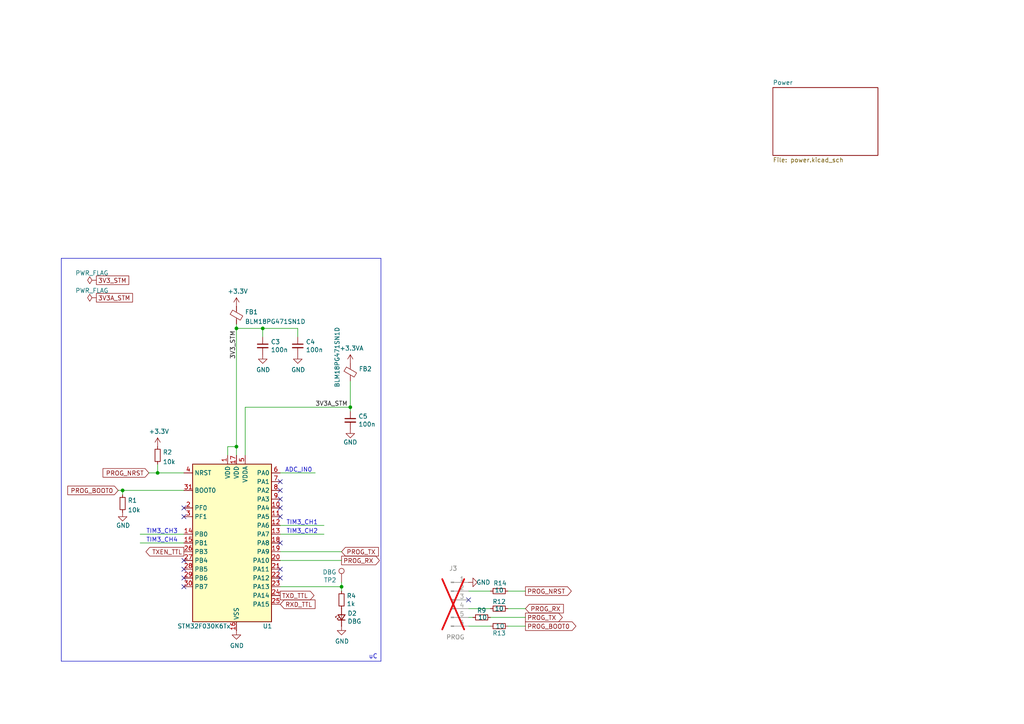
<source format=kicad_sch>
(kicad_sch
	(version 20250114)
	(generator "eeschema")
	(generator_version "9.0")
	(uuid "a7f12679-28d2-4dcb-a620-9ebf42b92b51")
	(paper "A4")
	(lib_symbols
		(symbol "Connector:Conn_01x06_Pin"
			(pin_names
				(offset 1.016)
				(hide yes)
			)
			(exclude_from_sim no)
			(in_bom yes)
			(on_board yes)
			(property "Reference" "J"
				(at 0 7.62 0)
				(effects
					(font
						(size 1.27 1.27)
					)
				)
			)
			(property "Value" "Conn_01x06_Pin"
				(at 0 -10.16 0)
				(effects
					(font
						(size 1.27 1.27)
					)
				)
			)
			(property "Footprint" ""
				(at 0 0 0)
				(effects
					(font
						(size 1.27 1.27)
					)
					(hide yes)
				)
			)
			(property "Datasheet" "~"
				(at 0 0 0)
				(effects
					(font
						(size 1.27 1.27)
					)
					(hide yes)
				)
			)
			(property "Description" "Generic connector, single row, 01x06, script generated"
				(at 0 0 0)
				(effects
					(font
						(size 1.27 1.27)
					)
					(hide yes)
				)
			)
			(property "ki_locked" ""
				(at 0 0 0)
				(effects
					(font
						(size 1.27 1.27)
					)
				)
			)
			(property "ki_keywords" "connector"
				(at 0 0 0)
				(effects
					(font
						(size 1.27 1.27)
					)
					(hide yes)
				)
			)
			(property "ki_fp_filters" "Connector*:*_1x??_*"
				(at 0 0 0)
				(effects
					(font
						(size 1.27 1.27)
					)
					(hide yes)
				)
			)
			(symbol "Conn_01x06_Pin_1_1"
				(rectangle
					(start 0.8636 5.207)
					(end 0 4.953)
					(stroke
						(width 0.1524)
						(type default)
					)
					(fill
						(type outline)
					)
				)
				(rectangle
					(start 0.8636 2.667)
					(end 0 2.413)
					(stroke
						(width 0.1524)
						(type default)
					)
					(fill
						(type outline)
					)
				)
				(rectangle
					(start 0.8636 0.127)
					(end 0 -0.127)
					(stroke
						(width 0.1524)
						(type default)
					)
					(fill
						(type outline)
					)
				)
				(rectangle
					(start 0.8636 -2.413)
					(end 0 -2.667)
					(stroke
						(width 0.1524)
						(type default)
					)
					(fill
						(type outline)
					)
				)
				(rectangle
					(start 0.8636 -4.953)
					(end 0 -5.207)
					(stroke
						(width 0.1524)
						(type default)
					)
					(fill
						(type outline)
					)
				)
				(rectangle
					(start 0.8636 -7.493)
					(end 0 -7.747)
					(stroke
						(width 0.1524)
						(type default)
					)
					(fill
						(type outline)
					)
				)
				(polyline
					(pts
						(xy 1.27 5.08) (xy 0.8636 5.08)
					)
					(stroke
						(width 0.1524)
						(type default)
					)
					(fill
						(type none)
					)
				)
				(polyline
					(pts
						(xy 1.27 2.54) (xy 0.8636 2.54)
					)
					(stroke
						(width 0.1524)
						(type default)
					)
					(fill
						(type none)
					)
				)
				(polyline
					(pts
						(xy 1.27 0) (xy 0.8636 0)
					)
					(stroke
						(width 0.1524)
						(type default)
					)
					(fill
						(type none)
					)
				)
				(polyline
					(pts
						(xy 1.27 -2.54) (xy 0.8636 -2.54)
					)
					(stroke
						(width 0.1524)
						(type default)
					)
					(fill
						(type none)
					)
				)
				(polyline
					(pts
						(xy 1.27 -5.08) (xy 0.8636 -5.08)
					)
					(stroke
						(width 0.1524)
						(type default)
					)
					(fill
						(type none)
					)
				)
				(polyline
					(pts
						(xy 1.27 -7.62) (xy 0.8636 -7.62)
					)
					(stroke
						(width 0.1524)
						(type default)
					)
					(fill
						(type none)
					)
				)
				(pin passive line
					(at 5.08 5.08 180)
					(length 3.81)
					(name "Pin_1"
						(effects
							(font
								(size 1.27 1.27)
							)
						)
					)
					(number "1"
						(effects
							(font
								(size 1.27 1.27)
							)
						)
					)
				)
				(pin passive line
					(at 5.08 2.54 180)
					(length 3.81)
					(name "Pin_2"
						(effects
							(font
								(size 1.27 1.27)
							)
						)
					)
					(number "2"
						(effects
							(font
								(size 1.27 1.27)
							)
						)
					)
				)
				(pin passive line
					(at 5.08 0 180)
					(length 3.81)
					(name "Pin_3"
						(effects
							(font
								(size 1.27 1.27)
							)
						)
					)
					(number "3"
						(effects
							(font
								(size 1.27 1.27)
							)
						)
					)
				)
				(pin passive line
					(at 5.08 -2.54 180)
					(length 3.81)
					(name "Pin_4"
						(effects
							(font
								(size 1.27 1.27)
							)
						)
					)
					(number "4"
						(effects
							(font
								(size 1.27 1.27)
							)
						)
					)
				)
				(pin passive line
					(at 5.08 -5.08 180)
					(length 3.81)
					(name "Pin_5"
						(effects
							(font
								(size 1.27 1.27)
							)
						)
					)
					(number "5"
						(effects
							(font
								(size 1.27 1.27)
							)
						)
					)
				)
				(pin passive line
					(at 5.08 -7.62 180)
					(length 3.81)
					(name "Pin_6"
						(effects
							(font
								(size 1.27 1.27)
							)
						)
					)
					(number "6"
						(effects
							(font
								(size 1.27 1.27)
							)
						)
					)
				)
			)
			(embedded_fonts no)
		)
		(symbol "Connector:TestPoint"
			(pin_numbers
				(hide yes)
			)
			(pin_names
				(offset 0.762)
				(hide yes)
			)
			(exclude_from_sim no)
			(in_bom yes)
			(on_board yes)
			(property "Reference" "TP"
				(at 0 6.858 0)
				(effects
					(font
						(size 1.27 1.27)
					)
				)
			)
			(property "Value" "TestPoint"
				(at 0 5.08 0)
				(effects
					(font
						(size 1.27 1.27)
					)
				)
			)
			(property "Footprint" ""
				(at 5.08 0 0)
				(effects
					(font
						(size 1.27 1.27)
					)
					(hide yes)
				)
			)
			(property "Datasheet" "~"
				(at 5.08 0 0)
				(effects
					(font
						(size 1.27 1.27)
					)
					(hide yes)
				)
			)
			(property "Description" "test point"
				(at 0 0 0)
				(effects
					(font
						(size 1.27 1.27)
					)
					(hide yes)
				)
			)
			(property "ki_keywords" "test point tp"
				(at 0 0 0)
				(effects
					(font
						(size 1.27 1.27)
					)
					(hide yes)
				)
			)
			(property "ki_fp_filters" "Pin* Test*"
				(at 0 0 0)
				(effects
					(font
						(size 1.27 1.27)
					)
					(hide yes)
				)
			)
			(symbol "TestPoint_0_1"
				(circle
					(center 0 3.302)
					(radius 0.762)
					(stroke
						(width 0)
						(type default)
					)
					(fill
						(type none)
					)
				)
			)
			(symbol "TestPoint_1_1"
				(pin passive line
					(at 0 0 90)
					(length 2.54)
					(name "1"
						(effects
							(font
								(size 1.27 1.27)
							)
						)
					)
					(number "1"
						(effects
							(font
								(size 1.27 1.27)
							)
						)
					)
				)
			)
			(embedded_fonts no)
		)
		(symbol "Device:C_Small"
			(pin_numbers
				(hide yes)
			)
			(pin_names
				(offset 0.254)
				(hide yes)
			)
			(exclude_from_sim no)
			(in_bom yes)
			(on_board yes)
			(property "Reference" "C"
				(at 0.254 1.778 0)
				(effects
					(font
						(size 1.27 1.27)
					)
					(justify left)
				)
			)
			(property "Value" "C_Small"
				(at 0.254 -2.032 0)
				(effects
					(font
						(size 1.27 1.27)
					)
					(justify left)
				)
			)
			(property "Footprint" ""
				(at 0 0 0)
				(effects
					(font
						(size 1.27 1.27)
					)
					(hide yes)
				)
			)
			(property "Datasheet" "~"
				(at 0 0 0)
				(effects
					(font
						(size 1.27 1.27)
					)
					(hide yes)
				)
			)
			(property "Description" "Unpolarized capacitor, small symbol"
				(at 0 0 0)
				(effects
					(font
						(size 1.27 1.27)
					)
					(hide yes)
				)
			)
			(property "ki_keywords" "capacitor cap"
				(at 0 0 0)
				(effects
					(font
						(size 1.27 1.27)
					)
					(hide yes)
				)
			)
			(property "ki_fp_filters" "C_*"
				(at 0 0 0)
				(effects
					(font
						(size 1.27 1.27)
					)
					(hide yes)
				)
			)
			(symbol "C_Small_0_1"
				(polyline
					(pts
						(xy -1.524 0.508) (xy 1.524 0.508)
					)
					(stroke
						(width 0.3048)
						(type default)
					)
					(fill
						(type none)
					)
				)
				(polyline
					(pts
						(xy -1.524 -0.508) (xy 1.524 -0.508)
					)
					(stroke
						(width 0.3302)
						(type default)
					)
					(fill
						(type none)
					)
				)
			)
			(symbol "C_Small_1_1"
				(pin passive line
					(at 0 2.54 270)
					(length 2.032)
					(name "~"
						(effects
							(font
								(size 1.27 1.27)
							)
						)
					)
					(number "1"
						(effects
							(font
								(size 1.27 1.27)
							)
						)
					)
				)
				(pin passive line
					(at 0 -2.54 90)
					(length 2.032)
					(name "~"
						(effects
							(font
								(size 1.27 1.27)
							)
						)
					)
					(number "2"
						(effects
							(font
								(size 1.27 1.27)
							)
						)
					)
				)
			)
			(embedded_fonts no)
		)
		(symbol "Device:FerriteBead_Small"
			(pin_numbers
				(hide yes)
			)
			(pin_names
				(offset 0)
			)
			(exclude_from_sim no)
			(in_bom yes)
			(on_board yes)
			(property "Reference" "FB"
				(at 1.905 1.27 0)
				(effects
					(font
						(size 1.27 1.27)
					)
					(justify left)
				)
			)
			(property "Value" "FerriteBead_Small"
				(at 1.905 -1.27 0)
				(effects
					(font
						(size 1.27 1.27)
					)
					(justify left)
				)
			)
			(property "Footprint" ""
				(at -1.778 0 90)
				(effects
					(font
						(size 1.27 1.27)
					)
					(hide yes)
				)
			)
			(property "Datasheet" "~"
				(at 0 0 0)
				(effects
					(font
						(size 1.27 1.27)
					)
					(hide yes)
				)
			)
			(property "Description" "Ferrite bead, small symbol"
				(at 0 0 0)
				(effects
					(font
						(size 1.27 1.27)
					)
					(hide yes)
				)
			)
			(property "ki_keywords" "L ferrite bead inductor filter"
				(at 0 0 0)
				(effects
					(font
						(size 1.27 1.27)
					)
					(hide yes)
				)
			)
			(property "ki_fp_filters" "Inductor_* L_* *Ferrite*"
				(at 0 0 0)
				(effects
					(font
						(size 1.27 1.27)
					)
					(hide yes)
				)
			)
			(symbol "FerriteBead_Small_0_1"
				(polyline
					(pts
						(xy -1.8288 0.2794) (xy -1.1176 1.4986) (xy 1.8288 -0.2032) (xy 1.1176 -1.4224) (xy -1.8288 0.2794)
					)
					(stroke
						(width 0)
						(type default)
					)
					(fill
						(type none)
					)
				)
				(polyline
					(pts
						(xy 0 0.889) (xy 0 1.2954)
					)
					(stroke
						(width 0)
						(type default)
					)
					(fill
						(type none)
					)
				)
				(polyline
					(pts
						(xy 0 -1.27) (xy 0 -0.7874)
					)
					(stroke
						(width 0)
						(type default)
					)
					(fill
						(type none)
					)
				)
			)
			(symbol "FerriteBead_Small_1_1"
				(pin passive line
					(at 0 2.54 270)
					(length 1.27)
					(name "~"
						(effects
							(font
								(size 1.27 1.27)
							)
						)
					)
					(number "1"
						(effects
							(font
								(size 1.27 1.27)
							)
						)
					)
				)
				(pin passive line
					(at 0 -2.54 90)
					(length 1.27)
					(name "~"
						(effects
							(font
								(size 1.27 1.27)
							)
						)
					)
					(number "2"
						(effects
							(font
								(size 1.27 1.27)
							)
						)
					)
				)
			)
			(embedded_fonts no)
		)
		(symbol "Device:LED_Small"
			(pin_numbers
				(hide yes)
			)
			(pin_names
				(offset 0.254)
				(hide yes)
			)
			(exclude_from_sim no)
			(in_bom yes)
			(on_board yes)
			(property "Reference" "D"
				(at -1.27 3.175 0)
				(effects
					(font
						(size 1.27 1.27)
					)
					(justify left)
				)
			)
			(property "Value" "LED_Small"
				(at -4.445 -2.54 0)
				(effects
					(font
						(size 1.27 1.27)
					)
					(justify left)
				)
			)
			(property "Footprint" ""
				(at 0 0 90)
				(effects
					(font
						(size 1.27 1.27)
					)
					(hide yes)
				)
			)
			(property "Datasheet" "~"
				(at 0 0 90)
				(effects
					(font
						(size 1.27 1.27)
					)
					(hide yes)
				)
			)
			(property "Description" "Light emitting diode, small symbol"
				(at 0 0 0)
				(effects
					(font
						(size 1.27 1.27)
					)
					(hide yes)
				)
			)
			(property "ki_keywords" "LED diode light-emitting-diode"
				(at 0 0 0)
				(effects
					(font
						(size 1.27 1.27)
					)
					(hide yes)
				)
			)
			(property "ki_fp_filters" "LED* LED_SMD:* LED_THT:*"
				(at 0 0 0)
				(effects
					(font
						(size 1.27 1.27)
					)
					(hide yes)
				)
			)
			(symbol "LED_Small_0_1"
				(polyline
					(pts
						(xy -0.762 -1.016) (xy -0.762 1.016)
					)
					(stroke
						(width 0.254)
						(type default)
					)
					(fill
						(type none)
					)
				)
				(polyline
					(pts
						(xy 0 0.762) (xy -0.508 1.27) (xy -0.254 1.27) (xy -0.508 1.27) (xy -0.508 1.016)
					)
					(stroke
						(width 0)
						(type default)
					)
					(fill
						(type none)
					)
				)
				(polyline
					(pts
						(xy 0.508 1.27) (xy 0 1.778) (xy 0.254 1.778) (xy 0 1.778) (xy 0 1.524)
					)
					(stroke
						(width 0)
						(type default)
					)
					(fill
						(type none)
					)
				)
				(polyline
					(pts
						(xy 0.762 -1.016) (xy -0.762 0) (xy 0.762 1.016) (xy 0.762 -1.016)
					)
					(stroke
						(width 0.254)
						(type default)
					)
					(fill
						(type none)
					)
				)
				(polyline
					(pts
						(xy 1.016 0) (xy -0.762 0)
					)
					(stroke
						(width 0)
						(type default)
					)
					(fill
						(type none)
					)
				)
			)
			(symbol "LED_Small_1_1"
				(pin passive line
					(at -2.54 0 0)
					(length 1.778)
					(name "K"
						(effects
							(font
								(size 1.27 1.27)
							)
						)
					)
					(number "1"
						(effects
							(font
								(size 1.27 1.27)
							)
						)
					)
				)
				(pin passive line
					(at 2.54 0 180)
					(length 1.778)
					(name "A"
						(effects
							(font
								(size 1.27 1.27)
							)
						)
					)
					(number "2"
						(effects
							(font
								(size 1.27 1.27)
							)
						)
					)
				)
			)
			(embedded_fonts no)
		)
		(symbol "Device:R_Small"
			(pin_numbers
				(hide yes)
			)
			(pin_names
				(offset 0.254)
				(hide yes)
			)
			(exclude_from_sim no)
			(in_bom yes)
			(on_board yes)
			(property "Reference" "R"
				(at 0.762 0.508 0)
				(effects
					(font
						(size 1.27 1.27)
					)
					(justify left)
				)
			)
			(property "Value" "R_Small"
				(at 0.762 -1.016 0)
				(effects
					(font
						(size 1.27 1.27)
					)
					(justify left)
				)
			)
			(property "Footprint" ""
				(at 0 0 0)
				(effects
					(font
						(size 1.27 1.27)
					)
					(hide yes)
				)
			)
			(property "Datasheet" "~"
				(at 0 0 0)
				(effects
					(font
						(size 1.27 1.27)
					)
					(hide yes)
				)
			)
			(property "Description" "Resistor, small symbol"
				(at 0 0 0)
				(effects
					(font
						(size 1.27 1.27)
					)
					(hide yes)
				)
			)
			(property "ki_keywords" "R resistor"
				(at 0 0 0)
				(effects
					(font
						(size 1.27 1.27)
					)
					(hide yes)
				)
			)
			(property "ki_fp_filters" "R_*"
				(at 0 0 0)
				(effects
					(font
						(size 1.27 1.27)
					)
					(hide yes)
				)
			)
			(symbol "R_Small_0_1"
				(rectangle
					(start -0.762 1.778)
					(end 0.762 -1.778)
					(stroke
						(width 0.2032)
						(type default)
					)
					(fill
						(type none)
					)
				)
			)
			(symbol "R_Small_1_1"
				(pin passive line
					(at 0 2.54 270)
					(length 0.762)
					(name "~"
						(effects
							(font
								(size 1.27 1.27)
							)
						)
					)
					(number "1"
						(effects
							(font
								(size 1.27 1.27)
							)
						)
					)
				)
				(pin passive line
					(at 0 -2.54 90)
					(length 0.762)
					(name "~"
						(effects
							(font
								(size 1.27 1.27)
							)
						)
					)
					(number "2"
						(effects
							(font
								(size 1.27 1.27)
							)
						)
					)
				)
			)
			(embedded_fonts no)
		)
		(symbol "MCU_ST_STM32F0:STM32F030K6Tx"
			(exclude_from_sim no)
			(in_bom yes)
			(on_board yes)
			(property "Reference" "U"
				(at -10.16 24.13 0)
				(effects
					(font
						(size 1.27 1.27)
					)
					(justify left)
				)
			)
			(property "Value" "STM32F030K6Tx"
				(at 7.62 24.13 0)
				(effects
					(font
						(size 1.27 1.27)
					)
					(justify left)
				)
			)
			(property "Footprint" "Package_QFP:LQFP-32_7x7mm_P0.8mm"
				(at -10.16 -22.86 0)
				(effects
					(font
						(size 1.27 1.27)
					)
					(justify right)
					(hide yes)
				)
			)
			(property "Datasheet" "https://www.st.com/resource/en/datasheet/stm32f030k6.pdf"
				(at 0 0 0)
				(effects
					(font
						(size 1.27 1.27)
					)
					(hide yes)
				)
			)
			(property "Description" "STMicroelectronics Arm Cortex-M0 MCU, 32KB flash, 4KB RAM, 48 MHz, 2.4-3.6V, 25 GPIO, LQFP32"
				(at 0 0 0)
				(effects
					(font
						(size 1.27 1.27)
					)
					(hide yes)
				)
			)
			(property "ki_locked" ""
				(at 0 0 0)
				(effects
					(font
						(size 1.27 1.27)
					)
				)
			)
			(property "ki_keywords" "Arm Cortex-M0 STM32F0 STM32F0x0 Value Line"
				(at 0 0 0)
				(effects
					(font
						(size 1.27 1.27)
					)
					(hide yes)
				)
			)
			(property "ki_fp_filters" "LQFP*7x7mm*P0.8mm*"
				(at 0 0 0)
				(effects
					(font
						(size 1.27 1.27)
					)
					(hide yes)
				)
			)
			(symbol "STM32F030K6Tx_0_1"
				(rectangle
					(start -10.16 -22.86)
					(end 12.7 22.86)
					(stroke
						(width 0.254)
						(type default)
					)
					(fill
						(type background)
					)
				)
			)
			(symbol "STM32F030K6Tx_1_1"
				(pin input line
					(at -12.7 20.32 0)
					(length 2.54)
					(name "NRST"
						(effects
							(font
								(size 1.27 1.27)
							)
						)
					)
					(number "4"
						(effects
							(font
								(size 1.27 1.27)
							)
						)
					)
				)
				(pin input line
					(at -12.7 15.24 0)
					(length 2.54)
					(name "BOOT0"
						(effects
							(font
								(size 1.27 1.27)
							)
						)
					)
					(number "31"
						(effects
							(font
								(size 1.27 1.27)
							)
						)
					)
				)
				(pin bidirectional line
					(at -12.7 10.16 0)
					(length 2.54)
					(name "PF0"
						(effects
							(font
								(size 1.27 1.27)
							)
						)
					)
					(number "2"
						(effects
							(font
								(size 1.27 1.27)
							)
						)
					)
					(alternate "RCC_OSC_IN" bidirectional line)
				)
				(pin bidirectional line
					(at -12.7 7.62 0)
					(length 2.54)
					(name "PF1"
						(effects
							(font
								(size 1.27 1.27)
							)
						)
					)
					(number "3"
						(effects
							(font
								(size 1.27 1.27)
							)
						)
					)
					(alternate "RCC_OSC_OUT" bidirectional line)
				)
				(pin bidirectional line
					(at -12.7 2.54 0)
					(length 2.54)
					(name "PB0"
						(effects
							(font
								(size 1.27 1.27)
							)
						)
					)
					(number "14"
						(effects
							(font
								(size 1.27 1.27)
							)
						)
					)
					(alternate "ADC_IN8" bidirectional line)
					(alternate "TIM1_CH2N" bidirectional line)
					(alternate "TIM3_CH3" bidirectional line)
				)
				(pin bidirectional line
					(at -12.7 0 0)
					(length 2.54)
					(name "PB1"
						(effects
							(font
								(size 1.27 1.27)
							)
						)
					)
					(number "15"
						(effects
							(font
								(size 1.27 1.27)
							)
						)
					)
					(alternate "ADC_IN9" bidirectional line)
					(alternate "TIM14_CH1" bidirectional line)
					(alternate "TIM1_CH3N" bidirectional line)
					(alternate "TIM3_CH4" bidirectional line)
				)
				(pin bidirectional line
					(at -12.7 -2.54 0)
					(length 2.54)
					(name "PB3"
						(effects
							(font
								(size 1.27 1.27)
							)
						)
					)
					(number "26"
						(effects
							(font
								(size 1.27 1.27)
							)
						)
					)
					(alternate "SPI1_SCK" bidirectional line)
				)
				(pin bidirectional line
					(at -12.7 -5.08 0)
					(length 2.54)
					(name "PB4"
						(effects
							(font
								(size 1.27 1.27)
							)
						)
					)
					(number "27"
						(effects
							(font
								(size 1.27 1.27)
							)
						)
					)
					(alternate "SPI1_MISO" bidirectional line)
					(alternate "TIM3_CH1" bidirectional line)
				)
				(pin bidirectional line
					(at -12.7 -7.62 0)
					(length 2.54)
					(name "PB5"
						(effects
							(font
								(size 1.27 1.27)
							)
						)
					)
					(number "28"
						(effects
							(font
								(size 1.27 1.27)
							)
						)
					)
					(alternate "I2C1_SMBA" bidirectional line)
					(alternate "SPI1_MOSI" bidirectional line)
					(alternate "TIM16_BKIN" bidirectional line)
					(alternate "TIM3_CH2" bidirectional line)
				)
				(pin bidirectional line
					(at -12.7 -10.16 0)
					(length 2.54)
					(name "PB6"
						(effects
							(font
								(size 1.27 1.27)
							)
						)
					)
					(number "29"
						(effects
							(font
								(size 1.27 1.27)
							)
						)
					)
					(alternate "I2C1_SCL" bidirectional line)
					(alternate "TIM16_CH1N" bidirectional line)
					(alternate "USART1_TX" bidirectional line)
				)
				(pin bidirectional line
					(at -12.7 -12.7 0)
					(length 2.54)
					(name "PB7"
						(effects
							(font
								(size 1.27 1.27)
							)
						)
					)
					(number "30"
						(effects
							(font
								(size 1.27 1.27)
							)
						)
					)
					(alternate "I2C1_SDA" bidirectional line)
					(alternate "TIM17_CH1N" bidirectional line)
					(alternate "USART1_RX" bidirectional line)
				)
				(pin power_in line
					(at 0 25.4 270)
					(length 2.54)
					(name "VDD"
						(effects
							(font
								(size 1.27 1.27)
							)
						)
					)
					(number "1"
						(effects
							(font
								(size 1.27 1.27)
							)
						)
					)
				)
				(pin power_in line
					(at 2.54 25.4 270)
					(length 2.54)
					(name "VDD"
						(effects
							(font
								(size 1.27 1.27)
							)
						)
					)
					(number "17"
						(effects
							(font
								(size 1.27 1.27)
							)
						)
					)
				)
				(pin power_in line
					(at 2.54 -25.4 90)
					(length 2.54)
					(name "VSS"
						(effects
							(font
								(size 1.27 1.27)
							)
						)
					)
					(number "16"
						(effects
							(font
								(size 1.27 1.27)
							)
						)
					)
				)
				(pin passive line
					(at 2.54 -25.4 90)
					(length 2.54)
					(hide yes)
					(name "VSS"
						(effects
							(font
								(size 1.27 1.27)
							)
						)
					)
					(number "32"
						(effects
							(font
								(size 1.27 1.27)
							)
						)
					)
				)
				(pin power_in line
					(at 5.08 25.4 270)
					(length 2.54)
					(name "VDDA"
						(effects
							(font
								(size 1.27 1.27)
							)
						)
					)
					(number "5"
						(effects
							(font
								(size 1.27 1.27)
							)
						)
					)
				)
				(pin bidirectional line
					(at 15.24 20.32 180)
					(length 2.54)
					(name "PA0"
						(effects
							(font
								(size 1.27 1.27)
							)
						)
					)
					(number "6"
						(effects
							(font
								(size 1.27 1.27)
							)
						)
					)
					(alternate "ADC_IN0" bidirectional line)
					(alternate "RTC_TAMP2" bidirectional line)
					(alternate "SYS_WKUP1" bidirectional line)
					(alternate "USART1_CTS" bidirectional line)
				)
				(pin bidirectional line
					(at 15.24 17.78 180)
					(length 2.54)
					(name "PA1"
						(effects
							(font
								(size 1.27 1.27)
							)
						)
					)
					(number "7"
						(effects
							(font
								(size 1.27 1.27)
							)
						)
					)
					(alternate "ADC_IN1" bidirectional line)
					(alternate "USART1_DE" bidirectional line)
					(alternate "USART1_RTS" bidirectional line)
				)
				(pin bidirectional line
					(at 15.24 15.24 180)
					(length 2.54)
					(name "PA2"
						(effects
							(font
								(size 1.27 1.27)
							)
						)
					)
					(number "8"
						(effects
							(font
								(size 1.27 1.27)
							)
						)
					)
					(alternate "ADC_IN2" bidirectional line)
					(alternate "USART1_TX" bidirectional line)
				)
				(pin bidirectional line
					(at 15.24 12.7 180)
					(length 2.54)
					(name "PA3"
						(effects
							(font
								(size 1.27 1.27)
							)
						)
					)
					(number "9"
						(effects
							(font
								(size 1.27 1.27)
							)
						)
					)
					(alternate "ADC_IN3" bidirectional line)
					(alternate "USART1_RX" bidirectional line)
				)
				(pin bidirectional line
					(at 15.24 10.16 180)
					(length 2.54)
					(name "PA4"
						(effects
							(font
								(size 1.27 1.27)
							)
						)
					)
					(number "10"
						(effects
							(font
								(size 1.27 1.27)
							)
						)
					)
					(alternate "ADC_IN4" bidirectional line)
					(alternate "SPI1_NSS" bidirectional line)
					(alternate "TIM14_CH1" bidirectional line)
					(alternate "USART1_CK" bidirectional line)
				)
				(pin bidirectional line
					(at 15.24 7.62 180)
					(length 2.54)
					(name "PA5"
						(effects
							(font
								(size 1.27 1.27)
							)
						)
					)
					(number "11"
						(effects
							(font
								(size 1.27 1.27)
							)
						)
					)
					(alternate "ADC_IN5" bidirectional line)
					(alternate "SPI1_SCK" bidirectional line)
				)
				(pin bidirectional line
					(at 15.24 5.08 180)
					(length 2.54)
					(name "PA6"
						(effects
							(font
								(size 1.27 1.27)
							)
						)
					)
					(number "12"
						(effects
							(font
								(size 1.27 1.27)
							)
						)
					)
					(alternate "ADC_IN6" bidirectional line)
					(alternate "SPI1_MISO" bidirectional line)
					(alternate "TIM16_CH1" bidirectional line)
					(alternate "TIM1_BKIN" bidirectional line)
					(alternate "TIM3_CH1" bidirectional line)
				)
				(pin bidirectional line
					(at 15.24 2.54 180)
					(length 2.54)
					(name "PA7"
						(effects
							(font
								(size 1.27 1.27)
							)
						)
					)
					(number "13"
						(effects
							(font
								(size 1.27 1.27)
							)
						)
					)
					(alternate "ADC_IN7" bidirectional line)
					(alternate "SPI1_MOSI" bidirectional line)
					(alternate "TIM14_CH1" bidirectional line)
					(alternate "TIM17_CH1" bidirectional line)
					(alternate "TIM1_CH1N" bidirectional line)
					(alternate "TIM3_CH2" bidirectional line)
				)
				(pin bidirectional line
					(at 15.24 0 180)
					(length 2.54)
					(name "PA8"
						(effects
							(font
								(size 1.27 1.27)
							)
						)
					)
					(number "18"
						(effects
							(font
								(size 1.27 1.27)
							)
						)
					)
					(alternate "RCC_MCO" bidirectional line)
					(alternate "TIM1_CH1" bidirectional line)
					(alternate "USART1_CK" bidirectional line)
				)
				(pin bidirectional line
					(at 15.24 -2.54 180)
					(length 2.54)
					(name "PA9"
						(effects
							(font
								(size 1.27 1.27)
							)
						)
					)
					(number "19"
						(effects
							(font
								(size 1.27 1.27)
							)
						)
					)
					(alternate "I2C1_SCL" bidirectional line)
					(alternate "TIM1_CH2" bidirectional line)
					(alternate "USART1_TX" bidirectional line)
				)
				(pin bidirectional line
					(at 15.24 -5.08 180)
					(length 2.54)
					(name "PA10"
						(effects
							(font
								(size 1.27 1.27)
							)
						)
					)
					(number "20"
						(effects
							(font
								(size 1.27 1.27)
							)
						)
					)
					(alternate "I2C1_SDA" bidirectional line)
					(alternate "TIM17_BKIN" bidirectional line)
					(alternate "TIM1_CH3" bidirectional line)
					(alternate "USART1_RX" bidirectional line)
				)
				(pin bidirectional line
					(at 15.24 -7.62 180)
					(length 2.54)
					(name "PA11"
						(effects
							(font
								(size 1.27 1.27)
							)
						)
					)
					(number "21"
						(effects
							(font
								(size 1.27 1.27)
							)
						)
					)
					(alternate "TIM1_CH4" bidirectional line)
					(alternate "USART1_CTS" bidirectional line)
				)
				(pin bidirectional line
					(at 15.24 -10.16 180)
					(length 2.54)
					(name "PA12"
						(effects
							(font
								(size 1.27 1.27)
							)
						)
					)
					(number "22"
						(effects
							(font
								(size 1.27 1.27)
							)
						)
					)
					(alternate "TIM1_ETR" bidirectional line)
					(alternate "USART1_DE" bidirectional line)
					(alternate "USART1_RTS" bidirectional line)
				)
				(pin bidirectional line
					(at 15.24 -12.7 180)
					(length 2.54)
					(name "PA13"
						(effects
							(font
								(size 1.27 1.27)
							)
						)
					)
					(number "23"
						(effects
							(font
								(size 1.27 1.27)
							)
						)
					)
					(alternate "IR_OUT" bidirectional line)
					(alternate "SYS_SWDIO" bidirectional line)
				)
				(pin bidirectional line
					(at 15.24 -15.24 180)
					(length 2.54)
					(name "PA14"
						(effects
							(font
								(size 1.27 1.27)
							)
						)
					)
					(number "24"
						(effects
							(font
								(size 1.27 1.27)
							)
						)
					)
					(alternate "SYS_SWCLK" bidirectional line)
					(alternate "USART1_TX" bidirectional line)
				)
				(pin bidirectional line
					(at 15.24 -17.78 180)
					(length 2.54)
					(name "PA15"
						(effects
							(font
								(size 1.27 1.27)
							)
						)
					)
					(number "25"
						(effects
							(font
								(size 1.27 1.27)
							)
						)
					)
					(alternate "SPI1_NSS" bidirectional line)
					(alternate "USART1_RX" bidirectional line)
				)
			)
			(embedded_fonts no)
		)
		(symbol "power:+3.3V"
			(power)
			(pin_numbers
				(hide yes)
			)
			(pin_names
				(offset 0)
				(hide yes)
			)
			(exclude_from_sim no)
			(in_bom yes)
			(on_board yes)
			(property "Reference" "#PWR"
				(at 0 -3.81 0)
				(effects
					(font
						(size 1.27 1.27)
					)
					(hide yes)
				)
			)
			(property "Value" "+3.3V"
				(at 0 3.556 0)
				(effects
					(font
						(size 1.27 1.27)
					)
				)
			)
			(property "Footprint" ""
				(at 0 0 0)
				(effects
					(font
						(size 1.27 1.27)
					)
					(hide yes)
				)
			)
			(property "Datasheet" ""
				(at 0 0 0)
				(effects
					(font
						(size 1.27 1.27)
					)
					(hide yes)
				)
			)
			(property "Description" "Power symbol creates a global label with name \"+3.3V\""
				(at 0 0 0)
				(effects
					(font
						(size 1.27 1.27)
					)
					(hide yes)
				)
			)
			(property "ki_keywords" "global power"
				(at 0 0 0)
				(effects
					(font
						(size 1.27 1.27)
					)
					(hide yes)
				)
			)
			(symbol "+3.3V_0_1"
				(polyline
					(pts
						(xy -0.762 1.27) (xy 0 2.54)
					)
					(stroke
						(width 0)
						(type default)
					)
					(fill
						(type none)
					)
				)
				(polyline
					(pts
						(xy 0 2.54) (xy 0.762 1.27)
					)
					(stroke
						(width 0)
						(type default)
					)
					(fill
						(type none)
					)
				)
				(polyline
					(pts
						(xy 0 0) (xy 0 2.54)
					)
					(stroke
						(width 0)
						(type default)
					)
					(fill
						(type none)
					)
				)
			)
			(symbol "+3.3V_1_1"
				(pin power_in line
					(at 0 0 90)
					(length 0)
					(name "~"
						(effects
							(font
								(size 1.27 1.27)
							)
						)
					)
					(number "1"
						(effects
							(font
								(size 1.27 1.27)
							)
						)
					)
				)
			)
			(embedded_fonts no)
		)
		(symbol "power:+3.3VA"
			(power)
			(pin_numbers
				(hide yes)
			)
			(pin_names
				(offset 0)
				(hide yes)
			)
			(exclude_from_sim no)
			(in_bom yes)
			(on_board yes)
			(property "Reference" "#PWR"
				(at 0 -3.81 0)
				(effects
					(font
						(size 1.27 1.27)
					)
					(hide yes)
				)
			)
			(property "Value" "+3.3VA"
				(at 0 3.556 0)
				(effects
					(font
						(size 1.27 1.27)
					)
				)
			)
			(property "Footprint" ""
				(at 0 0 0)
				(effects
					(font
						(size 1.27 1.27)
					)
					(hide yes)
				)
			)
			(property "Datasheet" ""
				(at 0 0 0)
				(effects
					(font
						(size 1.27 1.27)
					)
					(hide yes)
				)
			)
			(property "Description" "Power symbol creates a global label with name \"+3.3VA\""
				(at 0 0 0)
				(effects
					(font
						(size 1.27 1.27)
					)
					(hide yes)
				)
			)
			(property "ki_keywords" "global power"
				(at 0 0 0)
				(effects
					(font
						(size 1.27 1.27)
					)
					(hide yes)
				)
			)
			(symbol "+3.3VA_0_1"
				(polyline
					(pts
						(xy -0.762 1.27) (xy 0 2.54)
					)
					(stroke
						(width 0)
						(type default)
					)
					(fill
						(type none)
					)
				)
				(polyline
					(pts
						(xy 0 2.54) (xy 0.762 1.27)
					)
					(stroke
						(width 0)
						(type default)
					)
					(fill
						(type none)
					)
				)
				(polyline
					(pts
						(xy 0 0) (xy 0 2.54)
					)
					(stroke
						(width 0)
						(type default)
					)
					(fill
						(type none)
					)
				)
			)
			(symbol "+3.3VA_1_1"
				(pin power_in line
					(at 0 0 90)
					(length 0)
					(name "~"
						(effects
							(font
								(size 1.27 1.27)
							)
						)
					)
					(number "1"
						(effects
							(font
								(size 1.27 1.27)
							)
						)
					)
				)
			)
			(embedded_fonts no)
		)
		(symbol "power:GND"
			(power)
			(pin_numbers
				(hide yes)
			)
			(pin_names
				(offset 0)
				(hide yes)
			)
			(exclude_from_sim no)
			(in_bom yes)
			(on_board yes)
			(property "Reference" "#PWR"
				(at 0 -6.35 0)
				(effects
					(font
						(size 1.27 1.27)
					)
					(hide yes)
				)
			)
			(property "Value" "GND"
				(at 0 -3.81 0)
				(effects
					(font
						(size 1.27 1.27)
					)
				)
			)
			(property "Footprint" ""
				(at 0 0 0)
				(effects
					(font
						(size 1.27 1.27)
					)
					(hide yes)
				)
			)
			(property "Datasheet" ""
				(at 0 0 0)
				(effects
					(font
						(size 1.27 1.27)
					)
					(hide yes)
				)
			)
			(property "Description" "Power symbol creates a global label with name \"GND\" , ground"
				(at 0 0 0)
				(effects
					(font
						(size 1.27 1.27)
					)
					(hide yes)
				)
			)
			(property "ki_keywords" "global power"
				(at 0 0 0)
				(effects
					(font
						(size 1.27 1.27)
					)
					(hide yes)
				)
			)
			(symbol "GND_0_1"
				(polyline
					(pts
						(xy 0 0) (xy 0 -1.27) (xy 1.27 -1.27) (xy 0 -2.54) (xy -1.27 -1.27) (xy 0 -1.27)
					)
					(stroke
						(width 0)
						(type default)
					)
					(fill
						(type none)
					)
				)
			)
			(symbol "GND_1_1"
				(pin power_in line
					(at 0 0 270)
					(length 0)
					(name "~"
						(effects
							(font
								(size 1.27 1.27)
							)
						)
					)
					(number "1"
						(effects
							(font
								(size 1.27 1.27)
							)
						)
					)
				)
			)
			(embedded_fonts no)
		)
		(symbol "power:PWR_FLAG"
			(power)
			(pin_numbers
				(hide yes)
			)
			(pin_names
				(offset 0)
				(hide yes)
			)
			(exclude_from_sim no)
			(in_bom yes)
			(on_board yes)
			(property "Reference" "#FLG"
				(at 0 1.905 0)
				(effects
					(font
						(size 1.27 1.27)
					)
					(hide yes)
				)
			)
			(property "Value" "PWR_FLAG"
				(at 0 3.81 0)
				(effects
					(font
						(size 1.27 1.27)
					)
				)
			)
			(property "Footprint" ""
				(at 0 0 0)
				(effects
					(font
						(size 1.27 1.27)
					)
					(hide yes)
				)
			)
			(property "Datasheet" "~"
				(at 0 0 0)
				(effects
					(font
						(size 1.27 1.27)
					)
					(hide yes)
				)
			)
			(property "Description" "Special symbol for telling ERC where power comes from"
				(at 0 0 0)
				(effects
					(font
						(size 1.27 1.27)
					)
					(hide yes)
				)
			)
			(property "ki_keywords" "flag power"
				(at 0 0 0)
				(effects
					(font
						(size 1.27 1.27)
					)
					(hide yes)
				)
			)
			(symbol "PWR_FLAG_0_0"
				(pin power_out line
					(at 0 0 90)
					(length 0)
					(name "~"
						(effects
							(font
								(size 1.27 1.27)
							)
						)
					)
					(number "1"
						(effects
							(font
								(size 1.27 1.27)
							)
						)
					)
				)
			)
			(symbol "PWR_FLAG_0_1"
				(polyline
					(pts
						(xy 0 0) (xy 0 1.27) (xy -1.016 1.905) (xy 0 2.54) (xy 1.016 1.905) (xy 0 1.27)
					)
					(stroke
						(width 0)
						(type default)
					)
					(fill
						(type none)
					)
				)
			)
			(embedded_fonts no)
		)
	)
	(text "uC"
		(exclude_from_sim no)
		(at 106.934 191.262 0)
		(effects
			(font
				(size 1.27 1.27)
			)
			(justify left bottom)
		)
		(uuid "5602d47e-1083-4b5e-bb20-808b172cc9f8")
	)
	(text "TIM3_CH1"
		(exclude_from_sim no)
		(at 87.63 151.638 0)
		(effects
			(font
				(size 1.27 1.27)
			)
		)
		(uuid "77220e87-527e-4c37-824c-c965c35de256")
	)
	(text "TIM3_CH4"
		(exclude_from_sim no)
		(at 46.99 156.718 0)
		(effects
			(font
				(size 1.27 1.27)
			)
		)
		(uuid "7e35303f-6fe5-497e-a35c-112cff0d0927")
	)
	(text "TIM3_CH2"
		(exclude_from_sim no)
		(at 87.63 154.178 0)
		(effects
			(font
				(size 1.27 1.27)
			)
		)
		(uuid "9f8520f2-56b1-4d62-b937-a874ab9c4b1d")
	)
	(text "TIM3_CH3"
		(exclude_from_sim no)
		(at 46.99 154.178 0)
		(effects
			(font
				(size 1.27 1.27)
			)
		)
		(uuid "a4a0b1dc-74da-41a7-924a-7a6d90ad2b45")
	)
	(text "ADC_IN0"
		(exclude_from_sim no)
		(at 86.614 136.398 0)
		(effects
			(font
				(size 1.27 1.27)
			)
		)
		(uuid "fb3e8676-6d06-4e3a-85a8-6dfa2dc55588")
	)
	(junction
		(at 99.06 170.18)
		(diameter 0)
		(color 0 0 0 0)
		(uuid "0e8f9f1f-f098-4f7e-81e9-307bec5469d9")
	)
	(junction
		(at 68.58 95.25)
		(diameter 0)
		(color 0 0 0 0)
		(uuid "10150806-76c3-461f-a54f-8caa8a78a5c9")
	)
	(junction
		(at 76.2 95.25)
		(diameter 0)
		(color 0 0 0 0)
		(uuid "57e38007-7619-4ea1-89ce-eaad04a0c496")
	)
	(junction
		(at 35.56 142.24)
		(diameter 0)
		(color 0 0 0 0)
		(uuid "73610242-2198-4eba-8c43-604e07ef5450")
	)
	(junction
		(at 45.72 137.16)
		(diameter 0)
		(color 0 0 0 0)
		(uuid "c3fe4be9-55d7-4cc6-acc5-3d06a36e44f5")
	)
	(junction
		(at 68.58 129.54)
		(diameter 0)
		(color 0 0 0 0)
		(uuid "df5512f8-68c9-45f2-b570-5a27f6823642")
	)
	(junction
		(at 101.6 118.11)
		(diameter 0)
		(color 0 0 0 0)
		(uuid "e1f6675f-fdff-4d7a-ad3a-d7d350a59aae")
	)
	(no_connect
		(at 53.34 165.1)
		(uuid "0734188c-cc32-4b54-9fd5-bbf2b449d164")
	)
	(no_connect
		(at 81.28 149.86)
		(uuid "1140aa16-d08d-4b36-948d-4bf253383949")
	)
	(no_connect
		(at 81.28 157.48)
		(uuid "1fba6d1c-7d67-41f1-962c-43670cb7fd67")
	)
	(no_connect
		(at 53.34 162.56)
		(uuid "29b1b408-8a32-4d40-9eb9-74a07a9dc062")
	)
	(no_connect
		(at 81.28 165.1)
		(uuid "3a30918c-95d6-485a-909f-9f1de100f084")
	)
	(no_connect
		(at 81.28 147.32)
		(uuid "42767795-cda9-499b-95ca-d34be5c30bb9")
	)
	(no_connect
		(at 53.34 170.18)
		(uuid "4dd84be5-735c-483b-9dd6-b9ccd4382b88")
	)
	(no_connect
		(at 81.28 139.7)
		(uuid "682eb47c-d6fd-42ed-8114-8aeedfd9232c")
	)
	(no_connect
		(at 81.28 144.78)
		(uuid "72c0e07d-a048-4e25-af8c-725e6bca2899")
	)
	(no_connect
		(at 53.34 149.86)
		(uuid "7589647f-3b07-42fd-9605-cfcaef322881")
	)
	(no_connect
		(at 53.34 167.64)
		(uuid "9321379d-52ba-4533-82cb-bc8db9c01804")
	)
	(no_connect
		(at 135.89 173.99)
		(uuid "b4a96748-a418-4f94-8e00-ee46139f1a58")
	)
	(no_connect
		(at 81.28 142.24)
		(uuid "cda092f5-6e28-490f-b26a-8f83f11d262a")
	)
	(no_connect
		(at 53.34 147.32)
		(uuid "cf73983f-99cc-4692-b59c-f03925677315")
	)
	(no_connect
		(at 81.28 167.64)
		(uuid "dd1c1924-66e9-437f-815c-d755155c81fb")
	)
	(wire
		(pts
			(xy 68.58 95.25) (xy 76.2 95.25)
		)
		(stroke
			(width 0)
			(type default)
		)
		(uuid "0524fe11-add2-4384-a0eb-b2e8c5478b49")
	)
	(wire
		(pts
			(xy 76.2 95.25) (xy 76.2 97.79)
		)
		(stroke
			(width 0)
			(type default)
		)
		(uuid "0c3bc31c-d390-4b66-ba21-5f315ed3e3bb")
	)
	(wire
		(pts
			(xy 66.04 129.54) (xy 68.58 129.54)
		)
		(stroke
			(width 0)
			(type default)
		)
		(uuid "0edf387e-126b-422a-b9a5-078a9cacc118")
	)
	(wire
		(pts
			(xy 99.06 168.91) (xy 99.06 170.18)
		)
		(stroke
			(width 0)
			(type default)
		)
		(uuid "1340b5ab-724e-4f4a-a421-03eef633a4ce")
	)
	(wire
		(pts
			(xy 99.06 170.18) (xy 99.06 171.45)
		)
		(stroke
			(width 0)
			(type default)
		)
		(uuid "1363361b-8962-4607-8f81-b1cf3fd06803")
	)
	(wire
		(pts
			(xy 101.6 118.11) (xy 101.6 119.38)
		)
		(stroke
			(width 0)
			(type default)
		)
		(uuid "142d31fe-0b2e-4f22-8af7-7ea0445e2941")
	)
	(wire
		(pts
			(xy 135.89 181.61) (xy 142.24 181.61)
		)
		(stroke
			(width 0)
			(type default)
		)
		(uuid "14e23481-c3e4-40ba-8991-a2537ec312a2")
	)
	(wire
		(pts
			(xy 35.56 143.51) (xy 35.56 142.24)
		)
		(stroke
			(width 0)
			(type default)
		)
		(uuid "163c99f5-f423-4795-af9c-4f4403412bbd")
	)
	(polyline
		(pts
			(xy 17.78 74.93) (xy 110.49 74.93)
		)
		(stroke
			(width 0)
			(type default)
		)
		(uuid "1a2b9de1-a12d-4676-b807-7ba0c1c6c393")
	)
	(wire
		(pts
			(xy 81.28 152.4) (xy 93.98 152.4)
		)
		(stroke
			(width 0)
			(type default)
		)
		(uuid "1cd5d6e3-9ee6-4c8c-b3a0-ff73b6afaa15")
	)
	(wire
		(pts
			(xy 45.72 134.62) (xy 45.72 137.16)
		)
		(stroke
			(width 0)
			(type default)
		)
		(uuid "1dc13783-e416-4867-af61-bd35aa9bfb37")
	)
	(wire
		(pts
			(xy 71.12 118.11) (xy 101.6 118.11)
		)
		(stroke
			(width 0)
			(type default)
		)
		(uuid "25a6d879-1c31-46e8-86de-ae7831d0827c")
	)
	(wire
		(pts
			(xy 152.4 181.61) (xy 147.32 181.61)
		)
		(stroke
			(width 0)
			(type default)
		)
		(uuid "34daaa39-7815-4b39-a601-5e8e39a7ca3e")
	)
	(wire
		(pts
			(xy 81.28 160.02) (xy 99.06 160.02)
		)
		(stroke
			(width 0)
			(type default)
		)
		(uuid "35deeec1-5cec-4614-8daa-6580618aa9ab")
	)
	(wire
		(pts
			(xy 135.89 176.53) (xy 142.24 176.53)
		)
		(stroke
			(width 0)
			(type default)
		)
		(uuid "376fb817-65c1-4e9d-8465-aaebdd9631f4")
	)
	(wire
		(pts
			(xy 152.4 176.53) (xy 147.32 176.53)
		)
		(stroke
			(width 0)
			(type default)
		)
		(uuid "3e043d24-9418-41c3-853d-59fbe59c9a93")
	)
	(wire
		(pts
			(xy 101.6 110.49) (xy 101.6 118.11)
		)
		(stroke
			(width 0)
			(type default)
		)
		(uuid "408a5703-3b44-44a5-a68c-df65da933ad6")
	)
	(wire
		(pts
			(xy 81.28 137.16) (xy 91.44 137.16)
		)
		(stroke
			(width 0)
			(type default)
		)
		(uuid "4f6a708b-ece3-4ffd-971f-9f855eb35f3b")
	)
	(wire
		(pts
			(xy 135.89 171.45) (xy 142.24 171.45)
		)
		(stroke
			(width 0)
			(type default)
		)
		(uuid "54de0aab-5f79-4c47-8787-7d4da65a15ee")
	)
	(wire
		(pts
			(xy 35.56 142.24) (xy 53.34 142.24)
		)
		(stroke
			(width 0)
			(type default)
		)
		(uuid "57e52c8a-ac63-4056-9a4c-7e50e306c4d3")
	)
	(wire
		(pts
			(xy 68.58 129.54) (xy 68.58 95.25)
		)
		(stroke
			(width 0)
			(type default)
		)
		(uuid "5f16d902-4b3b-43f5-a3fe-bb71461f8cfb")
	)
	(wire
		(pts
			(xy 45.72 137.16) (xy 53.34 137.16)
		)
		(stroke
			(width 0)
			(type default)
		)
		(uuid "6600dd8a-7e31-44aa-9151-8a9b96ce1479")
	)
	(wire
		(pts
			(xy 40.64 154.94) (xy 53.34 154.94)
		)
		(stroke
			(width 0)
			(type default)
		)
		(uuid "68c04b5c-e688-45d6-a448-191768cfb6e7")
	)
	(polyline
		(pts
			(xy 110.49 74.93) (xy 110.49 191.77)
		)
		(stroke
			(width 0)
			(type default)
		)
		(uuid "6bfee8f7-9f88-4881-b5d5-427ec9c6e0a1")
	)
	(wire
		(pts
			(xy 34.29 142.24) (xy 35.56 142.24)
		)
		(stroke
			(width 0)
			(type default)
		)
		(uuid "6c1e5dca-8f9a-4c38-a067-4dd29683af7c")
	)
	(polyline
		(pts
			(xy 17.78 74.93) (xy 17.78 191.77)
		)
		(stroke
			(width 0)
			(type default)
		)
		(uuid "78d445c1-8bca-479a-aa2d-998f0251c529")
	)
	(wire
		(pts
			(xy 86.36 95.25) (xy 86.36 97.79)
		)
		(stroke
			(width 0)
			(type default)
		)
		(uuid "8c991f68-b316-45a8-9db1-7576ed25d75b")
	)
	(wire
		(pts
			(xy 142.24 179.07) (xy 152.4 179.07)
		)
		(stroke
			(width 0)
			(type default)
		)
		(uuid "8f63708e-0013-4552-ba56-e18cd7ce8b06")
	)
	(wire
		(pts
			(xy 81.28 170.18) (xy 99.06 170.18)
		)
		(stroke
			(width 0)
			(type default)
		)
		(uuid "a01770f9-68c4-4143-abc8-707aace2eacb")
	)
	(wire
		(pts
			(xy 76.2 95.25) (xy 86.36 95.25)
		)
		(stroke
			(width 0)
			(type default)
		)
		(uuid "a2b513cb-9f11-4707-9b02-694cfde6bd70")
	)
	(polyline
		(pts
			(xy 110.49 191.77) (xy 17.78 191.77)
		)
		(stroke
			(width 0)
			(type default)
		)
		(uuid "b216f4d1-b35f-49d6-990d-19fd547a9838")
	)
	(wire
		(pts
			(xy 66.04 132.08) (xy 66.04 129.54)
		)
		(stroke
			(width 0)
			(type default)
		)
		(uuid "b66dbf4c-c76c-4148-b10a-e5c46334357b")
	)
	(wire
		(pts
			(xy 71.12 118.11) (xy 71.12 132.08)
		)
		(stroke
			(width 0)
			(type default)
		)
		(uuid "c5592f6b-e3b5-4d16-a777-b39cabb3c48d")
	)
	(wire
		(pts
			(xy 81.28 154.94) (xy 93.98 154.94)
		)
		(stroke
			(width 0)
			(type default)
		)
		(uuid "cd37a606-c2bd-4096-8f9d-77320dcf96ab")
	)
	(wire
		(pts
			(xy 40.64 157.48) (xy 53.34 157.48)
		)
		(stroke
			(width 0)
			(type default)
		)
		(uuid "d2ae9b44-1b40-4dbd-a720-8b495ccae068")
	)
	(wire
		(pts
			(xy 68.58 132.08) (xy 68.58 129.54)
		)
		(stroke
			(width 0)
			(type default)
		)
		(uuid "dc09524f-1df8-40db-9395-4b01d6103bab")
	)
	(wire
		(pts
			(xy 43.18 137.16) (xy 45.72 137.16)
		)
		(stroke
			(width 0)
			(type default)
		)
		(uuid "dcbb208b-150d-4e32-9961-5143f786ffba")
	)
	(wire
		(pts
			(xy 81.28 162.56) (xy 99.06 162.56)
		)
		(stroke
			(width 0)
			(type default)
		)
		(uuid "e8f09274-2e32-4b1a-abda-88e3ef2a595e")
	)
	(wire
		(pts
			(xy 152.4 171.45) (xy 147.32 171.45)
		)
		(stroke
			(width 0)
			(type default)
		)
		(uuid "e9967677-cc22-4793-8726-f36e30b7ad45")
	)
	(wire
		(pts
			(xy 135.89 179.07) (xy 137.16 179.07)
		)
		(stroke
			(width 0)
			(type default)
		)
		(uuid "f7a934c6-7b3d-429f-84c6-b850a472df76")
	)
	(wire
		(pts
			(xy 68.58 95.25) (xy 68.58 93.98)
		)
		(stroke
			(width 0)
			(type default)
		)
		(uuid "ffdf2933-3417-4ef4-94ac-f7dab9d2ef35")
	)
	(label "3V3_STM"
		(at 68.58 104.14 90)
		(effects
			(font
				(size 1.27 1.27)
			)
			(justify left bottom)
		)
		(uuid "0d408f3d-be8f-4ca5-af54-03d793a8d522")
	)
	(label "3V3A_STM"
		(at 91.44 118.11 0)
		(effects
			(font
				(size 1.27 1.27)
			)
			(justify left bottom)
		)
		(uuid "8e64e095-00d5-499b-81a4-b0fab12ae35c")
	)
	(global_label "TXEN_TTL"
		(shape output)
		(at 53.34 160.02 180)
		(fields_autoplaced yes)
		(effects
			(font
				(size 1.27 1.27)
			)
			(justify right)
		)
		(uuid "17cb0523-7bbe-403e-a306-9616f52ada7d")
		(property "Intersheetrefs" "${INTERSHEET_REFS}"
			(at 41.7673 160.02 0)
			(effects
				(font
					(size 1.27 1.27)
				)
				(justify right)
				(hide yes)
			)
		)
	)
	(global_label "PROG_RX"
		(shape input)
		(at 152.4 176.53 0)
		(fields_autoplaced yes)
		(effects
			(font
				(size 1.27 1.27)
			)
			(justify left)
		)
		(uuid "387e83d4-0e98-45c2-9469-2639737f119f")
		(property "Intersheetrefs" "${INTERSHEET_REFS}"
			(at 280.67 354.33 0)
			(effects
				(font
					(size 1.27 1.27)
				)
				(hide yes)
			)
		)
	)
	(global_label "PROG_NRST"
		(shape input)
		(at 43.18 137.16 180)
		(fields_autoplaced yes)
		(effects
			(font
				(size 1.27 1.27)
			)
			(justify right)
		)
		(uuid "3ea3b5c7-ed4c-41e5-907e-6d9d03b8ad8e")
		(property "Intersheetrefs" "${INTERSHEET_REFS}"
			(at 29.8812 137.0806 0)
			(effects
				(font
					(size 1.27 1.27)
				)
				(justify right)
				(hide yes)
			)
		)
	)
	(global_label "PROG_TX"
		(shape output)
		(at 152.4 179.07 0)
		(fields_autoplaced yes)
		(effects
			(font
				(size 1.27 1.27)
			)
			(justify left)
		)
		(uuid "60315bc7-882f-4caf-9f04-6bf68955abed")
		(property "Intersheetrefs" "${INTERSHEET_REFS}"
			(at 163.0983 178.9906 0)
			(effects
				(font
					(size 1.27 1.27)
				)
				(justify left)
				(hide yes)
			)
		)
	)
	(global_label "PROG_TX"
		(shape input)
		(at 99.06 160.02 0)
		(fields_autoplaced yes)
		(effects
			(font
				(size 1.27 1.27)
			)
			(justify left)
		)
		(uuid "682f1b43-cc0d-4dab-97fa-f6a37a9dc727")
		(property "Intersheetrefs" "${INTERSHEET_REFS}"
			(at 109.6694 159.9406 0)
			(effects
				(font
					(size 1.27 1.27)
				)
				(justify left)
				(hide yes)
			)
		)
	)
	(global_label "TXD_TTL"
		(shape output)
		(at 81.28 172.72 0)
		(fields_autoplaced yes)
		(effects
			(font
				(size 1.27 1.27)
			)
			(justify left)
		)
		(uuid "7c17881f-8322-4914-9c26-abe338450dd5")
		(property "Intersheetrefs" "${INTERSHEET_REFS}"
			(at 90.9823 172.6406 0)
			(effects
				(font
					(size 1.27 1.27)
				)
				(justify left)
				(hide yes)
			)
		)
	)
	(global_label "PROG_NRST"
		(shape output)
		(at 152.4 171.45 0)
		(fields_autoplaced yes)
		(effects
			(font
				(size 1.27 1.27)
			)
			(justify left)
		)
		(uuid "89d76c6b-bd9b-4674-9958-279914887254")
		(property "Intersheetrefs" "${INTERSHEET_REFS}"
			(at 165.6988 171.5294 0)
			(effects
				(font
					(size 1.27 1.27)
				)
				(justify left)
				(hide yes)
			)
		)
	)
	(global_label "3V3_STM"
		(shape passive)
		(at 27.94 81.28 0)
		(fields_autoplaced yes)
		(effects
			(font
				(size 1.27 1.27)
			)
			(justify left)
		)
		(uuid "a3ba5b46-f951-4500-a3b7-0c4d96f8352b")
		(property "Intersheetrefs" "${INTERSHEET_REFS}"
			(at 38.368 81.2006 0)
			(effects
				(font
					(size 1.27 1.27)
				)
				(justify left)
				(hide yes)
			)
		)
	)
	(global_label "PROG_BOOT0"
		(shape output)
		(at 152.4 181.61 0)
		(fields_autoplaced yes)
		(effects
			(font
				(size 1.27 1.27)
			)
			(justify left)
		)
		(uuid "af1d09da-55c7-42d4-962c-c6932a806974")
		(property "Intersheetrefs" "${INTERSHEET_REFS}"
			(at 167.0293 181.6894 0)
			(effects
				(font
					(size 1.27 1.27)
				)
				(justify left)
				(hide yes)
			)
		)
	)
	(global_label "RXD_TTL"
		(shape input)
		(at 81.28 175.26 0)
		(fields_autoplaced yes)
		(effects
			(font
				(size 1.27 1.27)
			)
			(justify left)
		)
		(uuid "b7061dc5-d6b4-45ee-958c-0c71b5067a14")
		(property "Intersheetrefs" "${INTERSHEET_REFS}"
			(at 91.2847 175.1806 0)
			(effects
				(font
					(size 1.27 1.27)
				)
				(justify left)
				(hide yes)
			)
		)
	)
	(global_label "PROG_BOOT0"
		(shape input)
		(at 34.29 142.24 180)
		(fields_autoplaced yes)
		(effects
			(font
				(size 1.27 1.27)
			)
			(justify right)
		)
		(uuid "c4662199-f516-44d9-810b-e295bf572cfa")
		(property "Intersheetrefs" "${INTERSHEET_REFS}"
			(at 19.6607 142.1606 0)
			(effects
				(font
					(size 1.27 1.27)
				)
				(justify right)
				(hide yes)
			)
		)
	)
	(global_label "PROG_RX"
		(shape output)
		(at 99.06 162.56 0)
		(fields_autoplaced yes)
		(effects
			(font
				(size 1.27 1.27)
			)
			(justify left)
		)
		(uuid "db55c5ee-c3b4-4a3f-9d17-e6a917836a5a")
		(property "Intersheetrefs" "${INTERSHEET_REFS}"
			(at 109.9718 162.4806 0)
			(effects
				(font
					(size 1.27 1.27)
				)
				(justify left)
				(hide yes)
			)
		)
	)
	(global_label "3V3A_STM"
		(shape passive)
		(at 27.94 86.36 0)
		(fields_autoplaced yes)
		(effects
			(font
				(size 1.27 1.27)
			)
			(justify left)
		)
		(uuid "fc957e2b-bcf5-4317-9afe-c2b28ffb6070")
		(property "Intersheetrefs" "${INTERSHEET_REFS}"
			(at 39.4566 86.2806 0)
			(effects
				(font
					(size 1.27 1.27)
				)
				(justify left)
				(hide yes)
			)
		)
	)
	(symbol
		(lib_id "power:GND")
		(at 68.58 182.88 0)
		(unit 1)
		(exclude_from_sim no)
		(in_bom yes)
		(on_board yes)
		(dnp no)
		(uuid "2fd13c53-58d6-475b-8f32-1a6a9247180f")
		(property "Reference" "#PWR010"
			(at 68.58 189.23 0)
			(effects
				(font
					(size 1.27 1.27)
				)
				(hide yes)
			)
		)
		(property "Value" "GND"
			(at 68.707 187.2742 0)
			(effects
				(font
					(size 1.27 1.27)
				)
			)
		)
		(property "Footprint" ""
			(at 68.58 182.88 0)
			(effects
				(font
					(size 1.27 1.27)
				)
				(hide yes)
			)
		)
		(property "Datasheet" ""
			(at 68.58 182.88 0)
			(effects
				(font
					(size 1.27 1.27)
				)
				(hide yes)
			)
		)
		(property "Description" "Power symbol creates a global label with name \"GND\" , ground"
			(at 68.58 182.88 0)
			(effects
				(font
					(size 1.27 1.27)
				)
				(hide yes)
			)
		)
		(pin "1"
			(uuid "b43d2b0a-bc2a-4c53-b9d9-d9d1bb181bb1")
		)
		(instances
			(project "linear_act_controller"
				(path "/a7f12679-28d2-4dcb-a620-9ebf42b92b51"
					(reference "#PWR010")
					(unit 1)
				)
			)
		)
	)
	(symbol
		(lib_id "Device:FerriteBead_Small")
		(at 101.6 107.95 0)
		(unit 1)
		(exclude_from_sim no)
		(in_bom yes)
		(on_board yes)
		(dnp no)
		(uuid "39865df2-940a-47a7-b1f7-4c928bda41af")
		(property "Reference" "FB2"
			(at 104.0638 107.0034 0)
			(effects
				(font
					(size 1.27 1.27)
				)
				(justify left)
			)
		)
		(property "Value" "BLM18PG471SN1D"
			(at 97.79 112.395 90)
			(effects
				(font
					(size 1.27 1.27)
				)
				(justify left)
			)
		)
		(property "Footprint" "Inductor_SMD:L_0603_1608Metric"
			(at 99.822 107.95 90)
			(effects
				(font
					(size 1.27 1.27)
				)
				(hide yes)
			)
		)
		(property "Datasheet" "~"
			(at 101.6 107.95 0)
			(effects
				(font
					(size 1.27 1.27)
				)
				(hide yes)
			)
		)
		(property "Description" "Ferrite bead, small symbol"
			(at 101.6 107.95 0)
			(effects
				(font
					(size 1.27 1.27)
				)
				(hide yes)
			)
		)
		(pin "1"
			(uuid "dde443b5-d33a-4b1c-b472-891703d3ae09")
		)
		(pin "2"
			(uuid "8da499d7-6357-42af-9c4b-ad331afcae39")
		)
		(instances
			(project "linear_act_controller"
				(path "/a7f12679-28d2-4dcb-a620-9ebf42b92b51"
					(reference "FB2")
					(unit 1)
				)
			)
		)
	)
	(symbol
		(lib_id "power:PWR_FLAG")
		(at 27.94 81.28 90)
		(unit 1)
		(exclude_from_sim no)
		(in_bom yes)
		(on_board yes)
		(dnp no)
		(fields_autoplaced yes)
		(uuid "39a810e7-ef2b-4f33-a326-4086c2685c0d")
		(property "Reference" "#FLG01"
			(at 26.035 81.28 0)
			(effects
				(font
					(size 1.27 1.27)
				)
				(hide yes)
			)
		)
		(property "Value" "PWR_FLAG"
			(at 26.67 79.1995 90)
			(effects
				(font
					(size 1.27 1.27)
				)
			)
		)
		(property "Footprint" ""
			(at 27.94 81.28 0)
			(effects
				(font
					(size 1.27 1.27)
				)
				(hide yes)
			)
		)
		(property "Datasheet" "~"
			(at 27.94 81.28 0)
			(effects
				(font
					(size 1.27 1.27)
				)
				(hide yes)
			)
		)
		(property "Description" "Special symbol for telling ERC where power comes from"
			(at 27.94 81.28 0)
			(effects
				(font
					(size 1.27 1.27)
				)
				(hide yes)
			)
		)
		(pin "1"
			(uuid "9e4e883f-47aa-41fa-a30b-6817e48e37d5")
		)
		(instances
			(project "linear_act_controller"
				(path "/a7f12679-28d2-4dcb-a620-9ebf42b92b51"
					(reference "#FLG01")
					(unit 1)
				)
			)
		)
	)
	(symbol
		(lib_id "power:GND")
		(at 135.89 168.91 90)
		(unit 1)
		(exclude_from_sim no)
		(in_bom yes)
		(on_board yes)
		(dnp no)
		(uuid "43f2aaa9-074e-4f30-ac15-99e0ab74a6f6")
		(property "Reference" "#PWR033"
			(at 142.24 168.91 0)
			(effects
				(font
					(size 1.27 1.27)
				)
				(hide yes)
			)
		)
		(property "Value" "GND"
			(at 142.24 168.91 90)
			(effects
				(font
					(size 1.27 1.27)
				)
				(justify left)
			)
		)
		(property "Footprint" ""
			(at 135.89 168.91 0)
			(effects
				(font
					(size 1.27 1.27)
				)
				(hide yes)
			)
		)
		(property "Datasheet" ""
			(at 135.89 168.91 0)
			(effects
				(font
					(size 1.27 1.27)
				)
				(hide yes)
			)
		)
		(property "Description" "Power symbol creates a global label with name \"GND\" , ground"
			(at 135.89 168.91 0)
			(effects
				(font
					(size 1.27 1.27)
				)
				(hide yes)
			)
		)
		(pin "1"
			(uuid "fe3bcb51-2ec8-42c3-a1d6-7cce9c27c613")
		)
		(instances
			(project "linear_act_controller"
				(path "/a7f12679-28d2-4dcb-a620-9ebf42b92b51"
					(reference "#PWR033")
					(unit 1)
				)
			)
		)
	)
	(symbol
		(lib_id "Device:R_Small")
		(at 144.78 171.45 90)
		(unit 1)
		(exclude_from_sim no)
		(in_bom yes)
		(on_board yes)
		(dnp no)
		(uuid "4c6eb2e3-edbf-4fe5-b556-6c70d134ee21")
		(property "Reference" "R14"
			(at 145.034 169.164 90)
			(effects
				(font
					(size 1.27 1.27)
				)
			)
		)
		(property "Value" "10"
			(at 144.78 171.196 90)
			(effects
				(font
					(size 1.27 1.27)
				)
			)
		)
		(property "Footprint" "Resistor_SMD:R_0603_1608Metric"
			(at 144.78 171.45 0)
			(effects
				(font
					(size 1.27 1.27)
				)
				(hide yes)
			)
		)
		(property "Datasheet" "~"
			(at 144.78 171.45 0)
			(effects
				(font
					(size 1.27 1.27)
				)
				(hide yes)
			)
		)
		(property "Description" "Resistor, small symbol"
			(at 144.78 171.45 0)
			(effects
				(font
					(size 1.27 1.27)
				)
				(hide yes)
			)
		)
		(pin "1"
			(uuid "2efd1a1f-d166-47af-9062-dd67e0bbad16")
		)
		(pin "2"
			(uuid "2d21ef93-2dd4-4926-a07c-9a22abf1dcfd")
		)
		(instances
			(project "linear_act_controller"
				(path "/a7f12679-28d2-4dcb-a620-9ebf42b92b51"
					(reference "R14")
					(unit 1)
				)
			)
		)
	)
	(symbol
		(lib_id "power:GND")
		(at 35.56 148.59 0)
		(unit 1)
		(exclude_from_sim no)
		(in_bom yes)
		(on_board yes)
		(dnp no)
		(uuid "4cc02c9d-1378-4087-b7c4-1fdb3ca1e592")
		(property "Reference" "#PWR02"
			(at 35.56 154.94 0)
			(effects
				(font
					(size 1.27 1.27)
				)
				(hide yes)
			)
		)
		(property "Value" "GND"
			(at 33.655 152.4 0)
			(effects
				(font
					(size 1.27 1.27)
				)
				(justify left)
			)
		)
		(property "Footprint" ""
			(at 35.56 148.59 0)
			(effects
				(font
					(size 1.27 1.27)
				)
				(hide yes)
			)
		)
		(property "Datasheet" ""
			(at 35.56 148.59 0)
			(effects
				(font
					(size 1.27 1.27)
				)
				(hide yes)
			)
		)
		(property "Description" "Power symbol creates a global label with name \"GND\" , ground"
			(at 35.56 148.59 0)
			(effects
				(font
					(size 1.27 1.27)
				)
				(hide yes)
			)
		)
		(pin "1"
			(uuid "50991a61-72e8-441d-8a44-1cc5f60cabd5")
		)
		(instances
			(project "linear_act_controller"
				(path "/a7f12679-28d2-4dcb-a620-9ebf42b92b51"
					(reference "#PWR02")
					(unit 1)
				)
			)
		)
	)
	(symbol
		(lib_id "MCU_ST_STM32F0:STM32F030K6Tx")
		(at 66.04 157.48 0)
		(unit 1)
		(exclude_from_sim no)
		(in_bom yes)
		(on_board yes)
		(dnp no)
		(uuid "5625528a-703a-4632-bf3d-9fa6237238ab")
		(property "Reference" "U1"
			(at 76.2 181.61 0)
			(effects
				(font
					(size 1.27 1.27)
				)
				(justify left)
			)
		)
		(property "Value" "STM32F030K6Tx"
			(at 51.435 181.61 0)
			(effects
				(font
					(size 1.27 1.27)
				)
				(justify left)
			)
		)
		(property "Footprint" "Package_QFP:LQFP-32_7x7mm_P0.8mm"
			(at 53.34 180.34 0)
			(effects
				(font
					(size 1.27 1.27)
				)
				(justify right)
				(hide yes)
			)
		)
		(property "Datasheet" "https://www.st.com/resource/en/datasheet/stm32f030k6.pdf"
			(at 66.04 157.48 0)
			(effects
				(font
					(size 1.27 1.27)
				)
				(hide yes)
			)
		)
		(property "Description" "STMicroelectronics Arm Cortex-M0 MCU, 32KB flash, 4KB RAM, 48 MHz, 2.4-3.6V, 25 GPIO, LQFP32"
			(at 66.04 157.48 0)
			(effects
				(font
					(size 1.27 1.27)
				)
				(hide yes)
			)
		)
		(pin "1"
			(uuid "0dfd480b-67cf-40bd-a278-25a647f08e11")
		)
		(pin "10"
			(uuid "767ce1ad-d57e-4a88-99b1-1a22684ed3b8")
		)
		(pin "11"
			(uuid "eb8b7e39-6765-4d5d-9071-8868db97b870")
		)
		(pin "12"
			(uuid "91186c36-5774-451b-8b5f-c8a5ef9efac7")
		)
		(pin "13"
			(uuid "a054d8a5-bb75-4c83-a5a8-19f84d1525d5")
		)
		(pin "14"
			(uuid "8511e006-6f23-4a69-bc7a-9958cd855498")
		)
		(pin "15"
			(uuid "9b0cd0d7-2be1-4ccb-88c9-ce863338a768")
		)
		(pin "16"
			(uuid "1a3498a7-4671-4399-aef6-b0508ad8d757")
		)
		(pin "17"
			(uuid "9c4c76de-448f-4124-89f6-ef311b87c862")
		)
		(pin "18"
			(uuid "c9a8da06-3794-40c2-8756-7dae533e355d")
		)
		(pin "19"
			(uuid "2baf8cb6-9ab7-4e46-8d47-4f90beb18d4a")
		)
		(pin "2"
			(uuid "46b87ba2-fdbd-4bde-88da-0c472f5747f4")
		)
		(pin "20"
			(uuid "af7885a9-9770-4a16-b556-49c3b39b3432")
		)
		(pin "21"
			(uuid "3971f48b-0259-4904-83aa-0ea9e9f17d12")
		)
		(pin "22"
			(uuid "419a5d0b-f684-4576-9d62-bc31fb23af9e")
		)
		(pin "23"
			(uuid "06c86fb1-e38a-484d-ba85-b7ab86c7820f")
		)
		(pin "24"
			(uuid "c7cabe68-7d90-4e0a-bdd1-34ce6f216d6c")
		)
		(pin "25"
			(uuid "72a08d04-c5dd-4afa-87df-14f5ff2fac73")
		)
		(pin "26"
			(uuid "7b126141-ace6-4988-bfd5-0675ca76b175")
		)
		(pin "27"
			(uuid "1c6cdf82-3f2c-474b-8826-cd586418d30a")
		)
		(pin "28"
			(uuid "81a1afa5-27b4-4cd2-af5b-86a1802884e1")
		)
		(pin "29"
			(uuid "b6ecf970-4f5b-4835-8ac4-74032fd34983")
		)
		(pin "3"
			(uuid "bd33189c-4408-44a0-81fa-27dd4de9d2ab")
		)
		(pin "30"
			(uuid "22d1fc09-2912-47a8-825b-0a1a3ebdff5e")
		)
		(pin "31"
			(uuid "bf86c81b-6a3c-4e1e-89b2-10e472eb8c03")
		)
		(pin "32"
			(uuid "eff40802-118c-4df6-80b6-eec63028a2e9")
		)
		(pin "4"
			(uuid "108f7e45-f63f-45a2-8475-b8fd6ef7f881")
		)
		(pin "5"
			(uuid "2cf559cf-a24c-430b-9525-df577750cddb")
		)
		(pin "6"
			(uuid "424118b4-b162-4dfd-a949-178af100afb1")
		)
		(pin "7"
			(uuid "e40dd7a3-c35a-4753-b2b2-0b83831ba080")
		)
		(pin "8"
			(uuid "4f646d68-ba15-4196-9cf7-4c13af0e846b")
		)
		(pin "9"
			(uuid "89ff5402-aeca-48f1-a0ca-507ff46fbed2")
		)
		(instances
			(project "linear_act_controller"
				(path "/a7f12679-28d2-4dcb-a620-9ebf42b92b51"
					(reference "U1")
					(unit 1)
				)
			)
		)
	)
	(symbol
		(lib_id "Connector:Conn_01x06_Pin")
		(at 130.81 173.99 0)
		(unit 1)
		(exclude_from_sim no)
		(in_bom yes)
		(on_board yes)
		(dnp yes)
		(uuid "5aa768bf-1b71-436d-82c8-979a0d984a20")
		(property "Reference" "J3"
			(at 131.445 164.8673 0)
			(effects
				(font
					(size 1.27 1.27)
				)
			)
		)
		(property "Value" "PROG"
			(at 132.08 184.785 0)
			(effects
				(font
					(size 1.27 1.27)
				)
			)
		)
		(property "Footprint" "connectors:6pins_prog_header"
			(at 130.81 173.99 0)
			(effects
				(font
					(size 1.27 1.27)
				)
				(hide yes)
			)
		)
		(property "Datasheet" "~"
			(at 130.81 173.99 0)
			(effects
				(font
					(size 1.27 1.27)
				)
				(hide yes)
			)
		)
		(property "Description" "Generic connector, single row, 01x06, script generated"
			(at 130.81 173.99 0)
			(effects
				(font
					(size 1.27 1.27)
				)
				(hide yes)
			)
		)
		(pin "1"
			(uuid "264b4f0c-362e-42b9-8abf-6e878e0352c7")
		)
		(pin "2"
			(uuid "ef00b4f5-701b-4f64-8c81-0613623a4d98")
		)
		(pin "3"
			(uuid "e4f739ff-0b2e-4a5d-9a3c-2ba01cf41ecf")
		)
		(pin "4"
			(uuid "5d554efa-3a24-4180-bf2e-823676c4ae8b")
		)
		(pin "5"
			(uuid "2123faaa-88f9-41f8-a1ea-a3d7045f8513")
		)
		(pin "6"
			(uuid "3b7a5792-5985-4d30-9456-5245a4009bcc")
		)
		(instances
			(project "linear_act_controller"
				(path "/a7f12679-28d2-4dcb-a620-9ebf42b92b51"
					(reference "J3")
					(unit 1)
				)
			)
		)
	)
	(symbol
		(lib_id "power:PWR_FLAG")
		(at 27.94 86.36 90)
		(unit 1)
		(exclude_from_sim no)
		(in_bom yes)
		(on_board yes)
		(dnp no)
		(fields_autoplaced yes)
		(uuid "6265f247-72af-48a3-84d5-b38ba298a0d6")
		(property "Reference" "#FLG02"
			(at 26.035 86.36 0)
			(effects
				(font
					(size 1.27 1.27)
				)
				(hide yes)
			)
		)
		(property "Value" "PWR_FLAG"
			(at 26.67 84.2795 90)
			(effects
				(font
					(size 1.27 1.27)
				)
			)
		)
		(property "Footprint" ""
			(at 27.94 86.36 0)
			(effects
				(font
					(size 1.27 1.27)
				)
				(hide yes)
			)
		)
		(property "Datasheet" "~"
			(at 27.94 86.36 0)
			(effects
				(font
					(size 1.27 1.27)
				)
				(hide yes)
			)
		)
		(property "Description" "Special symbol for telling ERC where power comes from"
			(at 27.94 86.36 0)
			(effects
				(font
					(size 1.27 1.27)
				)
				(hide yes)
			)
		)
		(pin "1"
			(uuid "2c16c17a-0b00-409c-97e7-33449450d769")
		)
		(instances
			(project "linear_act_controller"
				(path "/a7f12679-28d2-4dcb-a620-9ebf42b92b51"
					(reference "#FLG02")
					(unit 1)
				)
			)
		)
	)
	(symbol
		(lib_id "power:+3.3V")
		(at 45.72 129.54 0)
		(unit 1)
		(exclude_from_sim no)
		(in_bom yes)
		(on_board yes)
		(dnp no)
		(uuid "65ca5de7-b5dd-4827-b3dc-e5de0ef9b7b5")
		(property "Reference" "#PWR04"
			(at 45.72 133.35 0)
			(effects
				(font
					(size 1.27 1.27)
				)
				(hide yes)
			)
		)
		(property "Value" "+3.3V"
			(at 46.101 125.1458 0)
			(effects
				(font
					(size 1.27 1.27)
				)
			)
		)
		(property "Footprint" ""
			(at 45.72 129.54 0)
			(effects
				(font
					(size 1.27 1.27)
				)
				(hide yes)
			)
		)
		(property "Datasheet" ""
			(at 45.72 129.54 0)
			(effects
				(font
					(size 1.27 1.27)
				)
				(hide yes)
			)
		)
		(property "Description" "Power symbol creates a global label with name \"+3.3V\""
			(at 45.72 129.54 0)
			(effects
				(font
					(size 1.27 1.27)
				)
				(hide yes)
			)
		)
		(pin "1"
			(uuid "8b43fa52-239e-472b-bfbc-f09ea4e70da8")
		)
		(instances
			(project "linear_act_controller"
				(path "/a7f12679-28d2-4dcb-a620-9ebf42b92b51"
					(reference "#PWR04")
					(unit 1)
				)
			)
		)
	)
	(symbol
		(lib_id "Device:C_Small")
		(at 101.6 121.92 0)
		(unit 1)
		(exclude_from_sim no)
		(in_bom yes)
		(on_board yes)
		(dnp no)
		(uuid "68b4fbe1-d235-4356-bd95-5d81504c1645")
		(property "Reference" "C5"
			(at 103.9368 120.7516 0)
			(effects
				(font
					(size 1.27 1.27)
				)
				(justify left)
			)
		)
		(property "Value" "100n"
			(at 103.9368 123.063 0)
			(effects
				(font
					(size 1.27 1.27)
				)
				(justify left)
			)
		)
		(property "Footprint" "Capacitor_SMD:C_0603_1608Metric"
			(at 101.6 121.92 0)
			(effects
				(font
					(size 1.27 1.27)
				)
				(hide yes)
			)
		)
		(property "Datasheet" "~"
			(at 101.6 121.92 0)
			(effects
				(font
					(size 1.27 1.27)
				)
				(hide yes)
			)
		)
		(property "Description" "Unpolarized capacitor, small symbol"
			(at 101.6 121.92 0)
			(effects
				(font
					(size 1.27 1.27)
				)
				(hide yes)
			)
		)
		(pin "1"
			(uuid "d9690a7b-3317-49d7-9227-2926d0006619")
		)
		(pin "2"
			(uuid "f0bfe061-1f62-49e3-be61-fa334dc2d356")
		)
		(instances
			(project "linear_act_controller"
				(path "/a7f12679-28d2-4dcb-a620-9ebf42b92b51"
					(reference "C5")
					(unit 1)
				)
			)
		)
	)
	(symbol
		(lib_id "Device:R_Small")
		(at 45.72 132.08 0)
		(unit 1)
		(exclude_from_sim no)
		(in_bom yes)
		(on_board yes)
		(dnp no)
		(fields_autoplaced yes)
		(uuid "6ac1ecb2-68e4-431f-a661-350445f5378e")
		(property "Reference" "R2"
			(at 47.2186 131.1715 0)
			(effects
				(font
					(size 1.27 1.27)
				)
				(justify left)
			)
		)
		(property "Value" "10k"
			(at 47.2186 133.9466 0)
			(effects
				(font
					(size 1.27 1.27)
				)
				(justify left)
			)
		)
		(property "Footprint" "Resistor_SMD:R_0603_1608Metric"
			(at 45.72 132.08 0)
			(effects
				(font
					(size 1.27 1.27)
				)
				(hide yes)
			)
		)
		(property "Datasheet" "~"
			(at 45.72 132.08 0)
			(effects
				(font
					(size 1.27 1.27)
				)
				(hide yes)
			)
		)
		(property "Description" "Resistor, small symbol"
			(at 45.72 132.08 0)
			(effects
				(font
					(size 1.27 1.27)
				)
				(hide yes)
			)
		)
		(pin "1"
			(uuid "e5bc8fed-fae7-42d7-81ae-4d1cdd0c5862")
		)
		(pin "2"
			(uuid "9b89bc1d-fb7a-4348-b5f7-cb8946987f2b")
		)
		(instances
			(project "linear_act_controller"
				(path "/a7f12679-28d2-4dcb-a620-9ebf42b92b51"
					(reference "R2")
					(unit 1)
				)
			)
		)
	)
	(symbol
		(lib_id "Device:R_Small")
		(at 139.7 179.07 90)
		(unit 1)
		(exclude_from_sim no)
		(in_bom yes)
		(on_board yes)
		(dnp no)
		(uuid "8a0ebb34-c10d-42c3-bfff-39422c2f36ac")
		(property "Reference" "R9"
			(at 139.7 177.038 90)
			(effects
				(font
					(size 1.27 1.27)
				)
			)
		)
		(property "Value" "10"
			(at 139.954 179.07 90)
			(effects
				(font
					(size 1.27 1.27)
				)
			)
		)
		(property "Footprint" "Resistor_SMD:R_0603_1608Metric"
			(at 139.7 179.07 0)
			(effects
				(font
					(size 1.27 1.27)
				)
				(hide yes)
			)
		)
		(property "Datasheet" "~"
			(at 139.7 179.07 0)
			(effects
				(font
					(size 1.27 1.27)
				)
				(hide yes)
			)
		)
		(property "Description" "Resistor, small symbol"
			(at 139.7 179.07 0)
			(effects
				(font
					(size 1.27 1.27)
				)
				(hide yes)
			)
		)
		(pin "1"
			(uuid "067fa951-000d-4c27-aa20-0608ba0d9440")
		)
		(pin "2"
			(uuid "e2d50100-b413-434f-b490-07a47169aa78")
		)
		(instances
			(project "linear_act_controller"
				(path "/a7f12679-28d2-4dcb-a620-9ebf42b92b51"
					(reference "R9")
					(unit 1)
				)
			)
		)
	)
	(symbol
		(lib_id "power:GND")
		(at 76.2 102.87 0)
		(unit 1)
		(exclude_from_sim no)
		(in_bom yes)
		(on_board yes)
		(dnp no)
		(uuid "94284f9c-1903-4674-91ee-77822edd40a6")
		(property "Reference" "#PWR012"
			(at 76.2 109.22 0)
			(effects
				(font
					(size 1.27 1.27)
				)
				(hide yes)
			)
		)
		(property "Value" "GND"
			(at 76.327 107.2642 0)
			(effects
				(font
					(size 1.27 1.27)
				)
			)
		)
		(property "Footprint" ""
			(at 76.2 102.87 0)
			(effects
				(font
					(size 1.27 1.27)
				)
				(hide yes)
			)
		)
		(property "Datasheet" ""
			(at 76.2 102.87 0)
			(effects
				(font
					(size 1.27 1.27)
				)
				(hide yes)
			)
		)
		(property "Description" "Power symbol creates a global label with name \"GND\" , ground"
			(at 76.2 102.87 0)
			(effects
				(font
					(size 1.27 1.27)
				)
				(hide yes)
			)
		)
		(pin "1"
			(uuid "958907be-64a7-4c5c-b153-baaeec045b41")
		)
		(instances
			(project "linear_act_controller"
				(path "/a7f12679-28d2-4dcb-a620-9ebf42b92b51"
					(reference "#PWR012")
					(unit 1)
				)
			)
		)
	)
	(symbol
		(lib_id "power:GND")
		(at 101.6 124.46 0)
		(unit 1)
		(exclude_from_sim no)
		(in_bom yes)
		(on_board yes)
		(dnp no)
		(uuid "988a2374-2d24-4a6b-96db-b9bef46b9f30")
		(property "Reference" "#PWR018"
			(at 101.6 130.81 0)
			(effects
				(font
					(size 1.27 1.27)
				)
				(hide yes)
			)
		)
		(property "Value" "GND"
			(at 101.6 128.27 0)
			(effects
				(font
					(size 1.27 1.27)
				)
			)
		)
		(property "Footprint" ""
			(at 101.6 124.46 0)
			(effects
				(font
					(size 1.27 1.27)
				)
				(hide yes)
			)
		)
		(property "Datasheet" ""
			(at 101.6 124.46 0)
			(effects
				(font
					(size 1.27 1.27)
				)
				(hide yes)
			)
		)
		(property "Description" "Power symbol creates a global label with name \"GND\" , ground"
			(at 101.6 124.46 0)
			(effects
				(font
					(size 1.27 1.27)
				)
				(hide yes)
			)
		)
		(pin "1"
			(uuid "0235a670-a5df-4ed6-85e4-9e8f05e2087d")
		)
		(instances
			(project "linear_act_controller"
				(path "/a7f12679-28d2-4dcb-a620-9ebf42b92b51"
					(reference "#PWR018")
					(unit 1)
				)
			)
		)
	)
	(symbol
		(lib_id "Device:FerriteBead_Small")
		(at 68.58 91.44 0)
		(unit 1)
		(exclude_from_sim no)
		(in_bom yes)
		(on_board yes)
		(dnp no)
		(fields_autoplaced yes)
		(uuid "9c9b4300-9c09-4c18-8141-f8391f202626")
		(property "Reference" "FB1"
			(at 71.0438 90.4934 0)
			(effects
				(font
					(size 1.27 1.27)
				)
				(justify left)
			)
		)
		(property "Value" "BLM18PG471SN1D"
			(at 71.0438 93.2685 0)
			(effects
				(font
					(size 1.27 1.27)
				)
				(justify left)
			)
		)
		(property "Footprint" "Inductor_SMD:L_0603_1608Metric"
			(at 66.802 91.44 90)
			(effects
				(font
					(size 1.27 1.27)
				)
				(hide yes)
			)
		)
		(property "Datasheet" "~"
			(at 68.58 91.44 0)
			(effects
				(font
					(size 1.27 1.27)
				)
				(hide yes)
			)
		)
		(property "Description" "Ferrite bead, small symbol"
			(at 68.58 91.44 0)
			(effects
				(font
					(size 1.27 1.27)
				)
				(hide yes)
			)
		)
		(pin "1"
			(uuid "4cd4e8fe-045e-48e6-9475-7612c8cff813")
		)
		(pin "2"
			(uuid "d7a9197f-ede5-4a54-ad8f-32f0e11116a0")
		)
		(instances
			(project "linear_act_controller"
				(path "/a7f12679-28d2-4dcb-a620-9ebf42b92b51"
					(reference "FB1")
					(unit 1)
				)
			)
		)
	)
	(symbol
		(lib_id "power:+3.3V")
		(at 68.58 88.9 0)
		(unit 1)
		(exclude_from_sim no)
		(in_bom yes)
		(on_board yes)
		(dnp no)
		(uuid "a576d8db-97fd-4de5-aa70-a4cfc1a581c8")
		(property "Reference" "#PWR09"
			(at 68.58 92.71 0)
			(effects
				(font
					(size 1.27 1.27)
				)
				(hide yes)
			)
		)
		(property "Value" "+3.3V"
			(at 68.961 84.5058 0)
			(effects
				(font
					(size 1.27 1.27)
				)
			)
		)
		(property "Footprint" ""
			(at 68.58 88.9 0)
			(effects
				(font
					(size 1.27 1.27)
				)
				(hide yes)
			)
		)
		(property "Datasheet" ""
			(at 68.58 88.9 0)
			(effects
				(font
					(size 1.27 1.27)
				)
				(hide yes)
			)
		)
		(property "Description" "Power symbol creates a global label with name \"+3.3V\""
			(at 68.58 88.9 0)
			(effects
				(font
					(size 1.27 1.27)
				)
				(hide yes)
			)
		)
		(pin "1"
			(uuid "096b66eb-9149-4c25-a672-d1e7d8755483")
		)
		(instances
			(project "linear_act_controller"
				(path "/a7f12679-28d2-4dcb-a620-9ebf42b92b51"
					(reference "#PWR09")
					(unit 1)
				)
			)
		)
	)
	(symbol
		(lib_id "Device:LED_Small")
		(at 99.06 179.07 90)
		(unit 1)
		(exclude_from_sim no)
		(in_bom yes)
		(on_board yes)
		(dnp no)
		(uuid "abfadb51-b530-4ee8-9c50-fbbdf123d833")
		(property "Reference" "D2"
			(at 100.7872 177.9016 90)
			(effects
				(font
					(size 1.27 1.27)
				)
				(justify right)
			)
		)
		(property "Value" "DBG"
			(at 100.7872 180.213 90)
			(effects
				(font
					(size 1.27 1.27)
				)
				(justify right)
			)
		)
		(property "Footprint" "LED_SMD:LED_0603_1608Metric"
			(at 99.06 179.07 90)
			(effects
				(font
					(size 1.27 1.27)
				)
				(hide yes)
			)
		)
		(property "Datasheet" "~"
			(at 99.06 179.07 90)
			(effects
				(font
					(size 1.27 1.27)
				)
				(hide yes)
			)
		)
		(property "Description" "Light emitting diode, small symbol"
			(at 99.06 179.07 0)
			(effects
				(font
					(size 1.27 1.27)
				)
				(hide yes)
			)
		)
		(pin "1"
			(uuid "0fd795db-0086-4738-8351-4e0d969ccbb5")
		)
		(pin "2"
			(uuid "bce12a52-12d5-4964-bc43-bf1722805c8e")
		)
		(instances
			(project "linear_act_controller"
				(path "/a7f12679-28d2-4dcb-a620-9ebf42b92b51"
					(reference "D2")
					(unit 1)
				)
			)
		)
	)
	(symbol
		(lib_id "power:+3.3VA")
		(at 101.6 105.41 0)
		(unit 1)
		(exclude_from_sim no)
		(in_bom yes)
		(on_board yes)
		(dnp no)
		(uuid "b55ee775-f169-48b6-b9ae-4b28ab6c481f")
		(property "Reference" "#PWR017"
			(at 101.6 109.22 0)
			(effects
				(font
					(size 1.27 1.27)
				)
				(hide yes)
			)
		)
		(property "Value" "+3.3VA"
			(at 101.981 101.0158 0)
			(effects
				(font
					(size 1.27 1.27)
				)
			)
		)
		(property "Footprint" ""
			(at 101.6 105.41 0)
			(effects
				(font
					(size 1.27 1.27)
				)
				(hide yes)
			)
		)
		(property "Datasheet" ""
			(at 101.6 105.41 0)
			(effects
				(font
					(size 1.27 1.27)
				)
				(hide yes)
			)
		)
		(property "Description" "Power symbol creates a global label with name \"+3.3VA\""
			(at 101.6 105.41 0)
			(effects
				(font
					(size 1.27 1.27)
				)
				(hide yes)
			)
		)
		(pin "1"
			(uuid "8f75cd29-bfad-4788-b3a6-cd4b9014e485")
		)
		(instances
			(project "linear_act_controller"
				(path "/a7f12679-28d2-4dcb-a620-9ebf42b92b51"
					(reference "#PWR017")
					(unit 1)
				)
			)
		)
	)
	(symbol
		(lib_id "Connector:TestPoint")
		(at 99.06 168.91 0)
		(unit 1)
		(exclude_from_sim no)
		(in_bom yes)
		(on_board yes)
		(dnp no)
		(uuid "bda81a97-e0bc-4ca1-8aab-c5847a3840c2")
		(property "Reference" "TP2"
			(at 97.5868 168.2496 0)
			(effects
				(font
					(size 1.27 1.27)
				)
				(justify right)
			)
		)
		(property "Value" "DBG"
			(at 97.5868 165.9382 0)
			(effects
				(font
					(size 1.27 1.27)
				)
				(justify right)
			)
		)
		(property "Footprint" "TestPoint:TestPoint_Pad_D1.0mm"
			(at 104.14 168.91 0)
			(effects
				(font
					(size 1.27 1.27)
				)
				(hide yes)
			)
		)
		(property "Datasheet" "~"
			(at 104.14 168.91 0)
			(effects
				(font
					(size 1.27 1.27)
				)
				(hide yes)
			)
		)
		(property "Description" "test point"
			(at 99.06 168.91 0)
			(effects
				(font
					(size 1.27 1.27)
				)
				(hide yes)
			)
		)
		(pin "1"
			(uuid "ebd5556e-cbfa-41c6-baa6-dc64b91343cb")
		)
		(instances
			(project "linear_act_controller"
				(path "/a7f12679-28d2-4dcb-a620-9ebf42b92b51"
					(reference "TP2")
					(unit 1)
				)
			)
		)
	)
	(symbol
		(lib_id "power:GND")
		(at 86.36 102.87 0)
		(unit 1)
		(exclude_from_sim no)
		(in_bom yes)
		(on_board yes)
		(dnp no)
		(uuid "be06b4a2-86ed-48a6-9a90-48aaa2e4ba91")
		(property "Reference" "#PWR014"
			(at 86.36 109.22 0)
			(effects
				(font
					(size 1.27 1.27)
				)
				(hide yes)
			)
		)
		(property "Value" "GND"
			(at 86.487 107.2642 0)
			(effects
				(font
					(size 1.27 1.27)
				)
			)
		)
		(property "Footprint" ""
			(at 86.36 102.87 0)
			(effects
				(font
					(size 1.27 1.27)
				)
				(hide yes)
			)
		)
		(property "Datasheet" ""
			(at 86.36 102.87 0)
			(effects
				(font
					(size 1.27 1.27)
				)
				(hide yes)
			)
		)
		(property "Description" "Power symbol creates a global label with name \"GND\" , ground"
			(at 86.36 102.87 0)
			(effects
				(font
					(size 1.27 1.27)
				)
				(hide yes)
			)
		)
		(pin "1"
			(uuid "80ce6c14-1e8a-4193-8153-19a5cb2b3bae")
		)
		(instances
			(project "linear_act_controller"
				(path "/a7f12679-28d2-4dcb-a620-9ebf42b92b51"
					(reference "#PWR014")
					(unit 1)
				)
			)
		)
	)
	(symbol
		(lib_id "Device:C_Small")
		(at 86.36 100.33 0)
		(unit 1)
		(exclude_from_sim no)
		(in_bom yes)
		(on_board yes)
		(dnp no)
		(uuid "c626dec5-21ea-402b-b225-fc939a135bdd")
		(property "Reference" "C4"
			(at 88.6968 99.1616 0)
			(effects
				(font
					(size 1.27 1.27)
				)
				(justify left)
			)
		)
		(property "Value" "100n"
			(at 88.6968 101.473 0)
			(effects
				(font
					(size 1.27 1.27)
				)
				(justify left)
			)
		)
		(property "Footprint" "Capacitor_SMD:C_0603_1608Metric"
			(at 86.36 100.33 0)
			(effects
				(font
					(size 1.27 1.27)
				)
				(hide yes)
			)
		)
		(property "Datasheet" "~"
			(at 86.36 100.33 0)
			(effects
				(font
					(size 1.27 1.27)
				)
				(hide yes)
			)
		)
		(property "Description" "Unpolarized capacitor, small symbol"
			(at 86.36 100.33 0)
			(effects
				(font
					(size 1.27 1.27)
				)
				(hide yes)
			)
		)
		(pin "1"
			(uuid "beabb484-5ce8-43d3-8146-4c581e808829")
		)
		(pin "2"
			(uuid "075cf025-b049-4489-98a6-dfd6011e34fe")
		)
		(instances
			(project "linear_act_controller"
				(path "/a7f12679-28d2-4dcb-a620-9ebf42b92b51"
					(reference "C4")
					(unit 1)
				)
			)
		)
	)
	(symbol
		(lib_id "power:GND")
		(at 99.06 181.61 0)
		(unit 1)
		(exclude_from_sim no)
		(in_bom yes)
		(on_board yes)
		(dnp no)
		(uuid "ca73378b-65be-499a-8520-846fe78a4a11")
		(property "Reference" "#PWR016"
			(at 99.06 187.96 0)
			(effects
				(font
					(size 1.27 1.27)
				)
				(hide yes)
			)
		)
		(property "Value" "GND"
			(at 99.187 186.0042 0)
			(effects
				(font
					(size 1.27 1.27)
				)
			)
		)
		(property "Footprint" ""
			(at 99.06 181.61 0)
			(effects
				(font
					(size 1.27 1.27)
				)
				(hide yes)
			)
		)
		(property "Datasheet" ""
			(at 99.06 181.61 0)
			(effects
				(font
					(size 1.27 1.27)
				)
				(hide yes)
			)
		)
		(property "Description" "Power symbol creates a global label with name \"GND\" , ground"
			(at 99.06 181.61 0)
			(effects
				(font
					(size 1.27 1.27)
				)
				(hide yes)
			)
		)
		(pin "1"
			(uuid "79173e07-7ff6-48c2-b259-b2f3a8577ff7")
		)
		(instances
			(project "linear_act_controller"
				(path "/a7f12679-28d2-4dcb-a620-9ebf42b92b51"
					(reference "#PWR016")
					(unit 1)
				)
			)
		)
	)
	(symbol
		(lib_id "Device:R_Small")
		(at 144.78 181.61 90)
		(unit 1)
		(exclude_from_sim no)
		(in_bom yes)
		(on_board yes)
		(dnp no)
		(uuid "cca96a1e-dd4a-4110-9f14-ba59c7937958")
		(property "Reference" "R13"
			(at 144.78 183.642 90)
			(effects
				(font
					(size 1.27 1.27)
				)
			)
		)
		(property "Value" "10"
			(at 145.034 181.61 90)
			(effects
				(font
					(size 1.27 1.27)
				)
			)
		)
		(property "Footprint" "Resistor_SMD:R_0603_1608Metric"
			(at 144.78 181.61 0)
			(effects
				(font
					(size 1.27 1.27)
				)
				(hide yes)
			)
		)
		(property "Datasheet" "~"
			(at 144.78 181.61 0)
			(effects
				(font
					(size 1.27 1.27)
				)
				(hide yes)
			)
		)
		(property "Description" "Resistor, small symbol"
			(at 144.78 181.61 0)
			(effects
				(font
					(size 1.27 1.27)
				)
				(hide yes)
			)
		)
		(pin "1"
			(uuid "3d90011d-1732-4592-91ea-f317ee3ebc80")
		)
		(pin "2"
			(uuid "7a70f35c-c0c7-493d-b92a-5cfe91e0fb77")
		)
		(instances
			(project "linear_act_controller"
				(path "/a7f12679-28d2-4dcb-a620-9ebf42b92b51"
					(reference "R13")
					(unit 1)
				)
			)
		)
	)
	(symbol
		(lib_id "Device:C_Small")
		(at 76.2 100.33 0)
		(unit 1)
		(exclude_from_sim no)
		(in_bom yes)
		(on_board yes)
		(dnp no)
		(uuid "ddf0cb2e-7026-45eb-a7bf-5175b85b14d2")
		(property "Reference" "C3"
			(at 78.5368 99.1616 0)
			(effects
				(font
					(size 1.27 1.27)
				)
				(justify left)
			)
		)
		(property "Value" "100n"
			(at 78.5368 101.473 0)
			(effects
				(font
					(size 1.27 1.27)
				)
				(justify left)
			)
		)
		(property "Footprint" "Capacitor_SMD:C_0603_1608Metric"
			(at 76.2 100.33 0)
			(effects
				(font
					(size 1.27 1.27)
				)
				(hide yes)
			)
		)
		(property "Datasheet" "~"
			(at 76.2 100.33 0)
			(effects
				(font
					(size 1.27 1.27)
				)
				(hide yes)
			)
		)
		(property "Description" "Unpolarized capacitor, small symbol"
			(at 76.2 100.33 0)
			(effects
				(font
					(size 1.27 1.27)
				)
				(hide yes)
			)
		)
		(pin "1"
			(uuid "22a37875-bdff-4b9e-a328-5c399dd7dbce")
		)
		(pin "2"
			(uuid "3eca80d1-e35a-474f-bc40-37c8003034fb")
		)
		(instances
			(project "linear_act_controller"
				(path "/a7f12679-28d2-4dcb-a620-9ebf42b92b51"
					(reference "C3")
					(unit 1)
				)
			)
		)
	)
	(symbol
		(lib_id "Device:R_Small")
		(at 144.78 176.53 90)
		(unit 1)
		(exclude_from_sim no)
		(in_bom yes)
		(on_board yes)
		(dnp no)
		(uuid "e571f472-b04d-41a8-889c-3e4498564525")
		(property "Reference" "R12"
			(at 144.78 174.498 90)
			(effects
				(font
					(size 1.27 1.27)
				)
			)
		)
		(property "Value" "10"
			(at 144.78 176.53 90)
			(effects
				(font
					(size 1.27 1.27)
				)
			)
		)
		(property "Footprint" "Resistor_SMD:R_0603_1608Metric"
			(at 144.78 176.53 0)
			(effects
				(font
					(size 1.27 1.27)
				)
				(hide yes)
			)
		)
		(property "Datasheet" "~"
			(at 144.78 176.53 0)
			(effects
				(font
					(size 1.27 1.27)
				)
				(hide yes)
			)
		)
		(property "Description" "Resistor, small symbol"
			(at 144.78 176.53 0)
			(effects
				(font
					(size 1.27 1.27)
				)
				(hide yes)
			)
		)
		(pin "1"
			(uuid "f4a912be-d668-486b-8ef9-dc4ecfdecd21")
		)
		(pin "2"
			(uuid "188e9332-c184-43a5-87b3-b76b5bd2efbf")
		)
		(instances
			(project "linear_act_controller"
				(path "/a7f12679-28d2-4dcb-a620-9ebf42b92b51"
					(reference "R12")
					(unit 1)
				)
			)
		)
	)
	(symbol
		(lib_id "Device:R_Small")
		(at 35.56 146.05 0)
		(unit 1)
		(exclude_from_sim no)
		(in_bom yes)
		(on_board yes)
		(dnp no)
		(fields_autoplaced yes)
		(uuid "e99da6a2-c20b-40df-acec-eb7378623e79")
		(property "Reference" "R1"
			(at 37.0586 145.1415 0)
			(effects
				(font
					(size 1.27 1.27)
				)
				(justify left)
			)
		)
		(property "Value" "10k"
			(at 37.0586 147.9166 0)
			(effects
				(font
					(size 1.27 1.27)
				)
				(justify left)
			)
		)
		(property "Footprint" "Resistor_SMD:R_0603_1608Metric"
			(at 35.56 146.05 0)
			(effects
				(font
					(size 1.27 1.27)
				)
				(hide yes)
			)
		)
		(property "Datasheet" "~"
			(at 35.56 146.05 0)
			(effects
				(font
					(size 1.27 1.27)
				)
				(hide yes)
			)
		)
		(property "Description" "Resistor, small symbol"
			(at 35.56 146.05 0)
			(effects
				(font
					(size 1.27 1.27)
				)
				(hide yes)
			)
		)
		(pin "1"
			(uuid "a3a27fdd-b7e3-486d-8bef-d8816029fb98")
		)
		(pin "2"
			(uuid "8138f030-cd46-41f7-9ab6-3a7552518859")
		)
		(instances
			(project "linear_act_controller"
				(path "/a7f12679-28d2-4dcb-a620-9ebf42b92b51"
					(reference "R1")
					(unit 1)
				)
			)
		)
	)
	(symbol
		(lib_id "Device:R_Small")
		(at 99.06 173.99 0)
		(unit 1)
		(exclude_from_sim no)
		(in_bom yes)
		(on_board yes)
		(dnp no)
		(uuid "fb65a4df-efd0-4f10-beaf-b5da2491fc21")
		(property "Reference" "R4"
			(at 100.5586 172.8216 0)
			(effects
				(font
					(size 1.27 1.27)
				)
				(justify left)
			)
		)
		(property "Value" "1k"
			(at 100.5586 175.133 0)
			(effects
				(font
					(size 1.27 1.27)
				)
				(justify left)
			)
		)
		(property "Footprint" "Resistor_SMD:R_0603_1608Metric"
			(at 99.06 173.99 0)
			(effects
				(font
					(size 1.27 1.27)
				)
				(hide yes)
			)
		)
		(property "Datasheet" "~"
			(at 99.06 173.99 0)
			(effects
				(font
					(size 1.27 1.27)
				)
				(hide yes)
			)
		)
		(property "Description" "Resistor, small symbol"
			(at 99.06 173.99 0)
			(effects
				(font
					(size 1.27 1.27)
				)
				(hide yes)
			)
		)
		(pin "1"
			(uuid "db7940f3-e021-40fb-b504-0398a13088c5")
		)
		(pin "2"
			(uuid "48b4fdf4-90a3-4b2d-b8f5-839b284ea4e8")
		)
		(instances
			(project "linear_act_controller"
				(path "/a7f12679-28d2-4dcb-a620-9ebf42b92b51"
					(reference "R4")
					(unit 1)
				)
			)
		)
	)
	(sheet
		(at 224.155 25.4)
		(size 30.48 19.685)
		(exclude_from_sim no)
		(in_bom yes)
		(on_board yes)
		(dnp no)
		(fields_autoplaced yes)
		(stroke
			(width 0.1524)
			(type solid)
		)
		(fill
			(color 0 0 0 0.0000)
		)
		(uuid "9aa0f8d5-db02-4fb8-86c3-5f9e7fcbafc5")
		(property "Sheetname" "Power"
			(at 224.155 24.6884 0)
			(effects
				(font
					(size 1.27 1.27)
				)
				(justify left bottom)
			)
		)
		(property "Sheetfile" "power.kicad_sch"
			(at 224.155 45.6696 0)
			(effects
				(font
					(size 1.27 1.27)
				)
				(justify left top)
			)
		)
		(instances
			(project "linear_act_controller"
				(path "/a7f12679-28d2-4dcb-a620-9ebf42b92b51"
					(page "2")
				)
			)
		)
	)
	(sheet_instances
		(path "/"
			(page "1")
		)
	)
	(embedded_fonts no)
)

</source>
